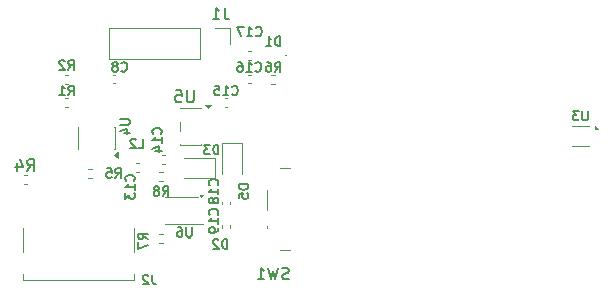
<source format=gbo>
%TF.GenerationSoftware,KiCad,Pcbnew,9.0.7*%
%TF.CreationDate,2026-02-11T09:18:12+01:00*%
%TF.ProjectId,przetwornik,70727a65-7477-46f7-926e-696b2e6b6963,rev?*%
%TF.SameCoordinates,Original*%
%TF.FileFunction,Legend,Bot*%
%TF.FilePolarity,Positive*%
%FSLAX46Y46*%
G04 Gerber Fmt 4.6, Leading zero omitted, Abs format (unit mm)*
G04 Created by KiCad (PCBNEW 9.0.7) date 2026-02-11 09:18:12*
%MOMM*%
%LPD*%
G01*
G04 APERTURE LIST*
%ADD10C,0.150000*%
%ADD11C,0.120000*%
%ADD12C,0.100000*%
G04 APERTURE END LIST*
D10*
X230373333Y-83954819D02*
X230373333Y-84669104D01*
X230373333Y-84669104D02*
X230420952Y-84811961D01*
X230420952Y-84811961D02*
X230516190Y-84907200D01*
X230516190Y-84907200D02*
X230659047Y-84954819D01*
X230659047Y-84954819D02*
X230754285Y-84954819D01*
X229373333Y-84954819D02*
X229944761Y-84954819D01*
X229659047Y-84954819D02*
X229659047Y-83954819D01*
X229659047Y-83954819D02*
X229754285Y-84097676D01*
X229754285Y-84097676D02*
X229849523Y-84192914D01*
X229849523Y-84192914D02*
X229944761Y-84240533D01*
X221562295Y-93390476D02*
X222209914Y-93390476D01*
X222209914Y-93390476D02*
X222286104Y-93428571D01*
X222286104Y-93428571D02*
X222324200Y-93466666D01*
X222324200Y-93466666D02*
X222362295Y-93542857D01*
X222362295Y-93542857D02*
X222362295Y-93695238D01*
X222362295Y-93695238D02*
X222324200Y-93771428D01*
X222324200Y-93771428D02*
X222286104Y-93809523D01*
X222286104Y-93809523D02*
X222209914Y-93847619D01*
X222209914Y-93847619D02*
X221562295Y-93847619D01*
X221828961Y-94571428D02*
X222362295Y-94571428D01*
X221524200Y-94380952D02*
X222095628Y-94190475D01*
X222095628Y-94190475D02*
X222095628Y-94685714D01*
X221633332Y-89286104D02*
X221671428Y-89324200D01*
X221671428Y-89324200D02*
X221785713Y-89362295D01*
X221785713Y-89362295D02*
X221861904Y-89362295D01*
X221861904Y-89362295D02*
X221976190Y-89324200D01*
X221976190Y-89324200D02*
X222052380Y-89248009D01*
X222052380Y-89248009D02*
X222090475Y-89171819D01*
X222090475Y-89171819D02*
X222128571Y-89019438D01*
X222128571Y-89019438D02*
X222128571Y-88905152D01*
X222128571Y-88905152D02*
X222090475Y-88752771D01*
X222090475Y-88752771D02*
X222052380Y-88676580D01*
X222052380Y-88676580D02*
X221976190Y-88600390D01*
X221976190Y-88600390D02*
X221861904Y-88562295D01*
X221861904Y-88562295D02*
X221785713Y-88562295D01*
X221785713Y-88562295D02*
X221671428Y-88600390D01*
X221671428Y-88600390D02*
X221633332Y-88638485D01*
X221176190Y-88905152D02*
X221252380Y-88867057D01*
X221252380Y-88867057D02*
X221290475Y-88828961D01*
X221290475Y-88828961D02*
X221328571Y-88752771D01*
X221328571Y-88752771D02*
X221328571Y-88714676D01*
X221328571Y-88714676D02*
X221290475Y-88638485D01*
X221290475Y-88638485D02*
X221252380Y-88600390D01*
X221252380Y-88600390D02*
X221176190Y-88562295D01*
X221176190Y-88562295D02*
X221023809Y-88562295D01*
X221023809Y-88562295D02*
X220947618Y-88600390D01*
X220947618Y-88600390D02*
X220909523Y-88638485D01*
X220909523Y-88638485D02*
X220871428Y-88714676D01*
X220871428Y-88714676D02*
X220871428Y-88752771D01*
X220871428Y-88752771D02*
X220909523Y-88828961D01*
X220909523Y-88828961D02*
X220947618Y-88867057D01*
X220947618Y-88867057D02*
X221023809Y-88905152D01*
X221023809Y-88905152D02*
X221176190Y-88905152D01*
X221176190Y-88905152D02*
X221252380Y-88943247D01*
X221252380Y-88943247D02*
X221290475Y-88981342D01*
X221290475Y-88981342D02*
X221328571Y-89057533D01*
X221328571Y-89057533D02*
X221328571Y-89209914D01*
X221328571Y-89209914D02*
X221290475Y-89286104D01*
X221290475Y-89286104D02*
X221252380Y-89324200D01*
X221252380Y-89324200D02*
X221176190Y-89362295D01*
X221176190Y-89362295D02*
X221023809Y-89362295D01*
X221023809Y-89362295D02*
X220947618Y-89324200D01*
X220947618Y-89324200D02*
X220909523Y-89286104D01*
X220909523Y-89286104D02*
X220871428Y-89209914D01*
X220871428Y-89209914D02*
X220871428Y-89057533D01*
X220871428Y-89057533D02*
X220909523Y-88981342D01*
X220909523Y-88981342D02*
X220947618Y-88943247D01*
X220947618Y-88943247D02*
X221023809Y-88905152D01*
X232994285Y-89286104D02*
X233032381Y-89324200D01*
X233032381Y-89324200D02*
X233146666Y-89362295D01*
X233146666Y-89362295D02*
X233222857Y-89362295D01*
X233222857Y-89362295D02*
X233337143Y-89324200D01*
X233337143Y-89324200D02*
X233413333Y-89248009D01*
X233413333Y-89248009D02*
X233451428Y-89171819D01*
X233451428Y-89171819D02*
X233489524Y-89019438D01*
X233489524Y-89019438D02*
X233489524Y-88905152D01*
X233489524Y-88905152D02*
X233451428Y-88752771D01*
X233451428Y-88752771D02*
X233413333Y-88676580D01*
X233413333Y-88676580D02*
X233337143Y-88600390D01*
X233337143Y-88600390D02*
X233222857Y-88562295D01*
X233222857Y-88562295D02*
X233146666Y-88562295D01*
X233146666Y-88562295D02*
X233032381Y-88600390D01*
X233032381Y-88600390D02*
X232994285Y-88638485D01*
X232232381Y-89362295D02*
X232689524Y-89362295D01*
X232460952Y-89362295D02*
X232460952Y-88562295D01*
X232460952Y-88562295D02*
X232537143Y-88676580D01*
X232537143Y-88676580D02*
X232613333Y-88752771D01*
X232613333Y-88752771D02*
X232689524Y-88790866D01*
X231546666Y-88562295D02*
X231699047Y-88562295D01*
X231699047Y-88562295D02*
X231775238Y-88600390D01*
X231775238Y-88600390D02*
X231813333Y-88638485D01*
X231813333Y-88638485D02*
X231889523Y-88752771D01*
X231889523Y-88752771D02*
X231927619Y-88905152D01*
X231927619Y-88905152D02*
X231927619Y-89209914D01*
X231927619Y-89209914D02*
X231889523Y-89286104D01*
X231889523Y-89286104D02*
X231851428Y-89324200D01*
X231851428Y-89324200D02*
X231775238Y-89362295D01*
X231775238Y-89362295D02*
X231622857Y-89362295D01*
X231622857Y-89362295D02*
X231546666Y-89324200D01*
X231546666Y-89324200D02*
X231508571Y-89286104D01*
X231508571Y-89286104D02*
X231470476Y-89209914D01*
X231470476Y-89209914D02*
X231470476Y-89019438D01*
X231470476Y-89019438D02*
X231508571Y-88943247D01*
X231508571Y-88943247D02*
X231546666Y-88905152D01*
X231546666Y-88905152D02*
X231622857Y-88867057D01*
X231622857Y-88867057D02*
X231775238Y-88867057D01*
X231775238Y-88867057D02*
X231851428Y-88905152D01*
X231851428Y-88905152D02*
X231889523Y-88943247D01*
X231889523Y-88943247D02*
X231927619Y-89019438D01*
X217133332Y-91362295D02*
X217399999Y-90981342D01*
X217590475Y-91362295D02*
X217590475Y-90562295D01*
X217590475Y-90562295D02*
X217285713Y-90562295D01*
X217285713Y-90562295D02*
X217209523Y-90600390D01*
X217209523Y-90600390D02*
X217171428Y-90638485D01*
X217171428Y-90638485D02*
X217133332Y-90714676D01*
X217133332Y-90714676D02*
X217133332Y-90828961D01*
X217133332Y-90828961D02*
X217171428Y-90905152D01*
X217171428Y-90905152D02*
X217209523Y-90943247D01*
X217209523Y-90943247D02*
X217285713Y-90981342D01*
X217285713Y-90981342D02*
X217590475Y-90981342D01*
X216371428Y-91362295D02*
X216828571Y-91362295D01*
X216599999Y-91362295D02*
X216599999Y-90562295D01*
X216599999Y-90562295D02*
X216676190Y-90676580D01*
X216676190Y-90676580D02*
X216752380Y-90752771D01*
X216752380Y-90752771D02*
X216828571Y-90790866D01*
X224983621Y-94629115D02*
X225021717Y-94591019D01*
X225021717Y-94591019D02*
X225059812Y-94476734D01*
X225059812Y-94476734D02*
X225059812Y-94400543D01*
X225059812Y-94400543D02*
X225021717Y-94286257D01*
X225021717Y-94286257D02*
X224945526Y-94210067D01*
X224945526Y-94210067D02*
X224869336Y-94171972D01*
X224869336Y-94171972D02*
X224716955Y-94133876D01*
X224716955Y-94133876D02*
X224602669Y-94133876D01*
X224602669Y-94133876D02*
X224450288Y-94171972D01*
X224450288Y-94171972D02*
X224374097Y-94210067D01*
X224374097Y-94210067D02*
X224297907Y-94286257D01*
X224297907Y-94286257D02*
X224259812Y-94400543D01*
X224259812Y-94400543D02*
X224259812Y-94476734D01*
X224259812Y-94476734D02*
X224297907Y-94591019D01*
X224297907Y-94591019D02*
X224336002Y-94629115D01*
X225059812Y-95391019D02*
X225059812Y-94933876D01*
X225059812Y-95162448D02*
X224259812Y-95162448D01*
X224259812Y-95162448D02*
X224374097Y-95086257D01*
X224374097Y-95086257D02*
X224450288Y-95010067D01*
X224450288Y-95010067D02*
X224488383Y-94933876D01*
X224526478Y-96076734D02*
X225059812Y-96076734D01*
X224221717Y-95886258D02*
X224793145Y-95695781D01*
X224793145Y-95695781D02*
X224793145Y-96191020D01*
X227761904Y-90954819D02*
X227761904Y-91764342D01*
X227761904Y-91764342D02*
X227714285Y-91859580D01*
X227714285Y-91859580D02*
X227666666Y-91907200D01*
X227666666Y-91907200D02*
X227571428Y-91954819D01*
X227571428Y-91954819D02*
X227380952Y-91954819D01*
X227380952Y-91954819D02*
X227285714Y-91907200D01*
X227285714Y-91907200D02*
X227238095Y-91859580D01*
X227238095Y-91859580D02*
X227190476Y-91764342D01*
X227190476Y-91764342D02*
X227190476Y-90954819D01*
X226238095Y-90954819D02*
X226714285Y-90954819D01*
X226714285Y-90954819D02*
X226761904Y-91431009D01*
X226761904Y-91431009D02*
X226714285Y-91383390D01*
X226714285Y-91383390D02*
X226619047Y-91335771D01*
X226619047Y-91335771D02*
X226380952Y-91335771D01*
X226380952Y-91335771D02*
X226285714Y-91383390D01*
X226285714Y-91383390D02*
X226238095Y-91431009D01*
X226238095Y-91431009D02*
X226190476Y-91526247D01*
X226190476Y-91526247D02*
X226190476Y-91764342D01*
X226190476Y-91764342D02*
X226238095Y-91859580D01*
X226238095Y-91859580D02*
X226285714Y-91907200D01*
X226285714Y-91907200D02*
X226380952Y-91954819D01*
X226380952Y-91954819D02*
X226619047Y-91954819D01*
X226619047Y-91954819D02*
X226714285Y-91907200D01*
X226714285Y-91907200D02*
X226761904Y-91859580D01*
X235090475Y-87192295D02*
X235090475Y-86392295D01*
X235090475Y-86392295D02*
X234899999Y-86392295D01*
X234899999Y-86392295D02*
X234785713Y-86430390D01*
X234785713Y-86430390D02*
X234709523Y-86506580D01*
X234709523Y-86506580D02*
X234671428Y-86582771D01*
X234671428Y-86582771D02*
X234633332Y-86735152D01*
X234633332Y-86735152D02*
X234633332Y-86849438D01*
X234633332Y-86849438D02*
X234671428Y-87001819D01*
X234671428Y-87001819D02*
X234709523Y-87078009D01*
X234709523Y-87078009D02*
X234785713Y-87154200D01*
X234785713Y-87154200D02*
X234899999Y-87192295D01*
X234899999Y-87192295D02*
X235090475Y-87192295D01*
X233871428Y-87192295D02*
X234328571Y-87192295D01*
X234099999Y-87192295D02*
X234099999Y-86392295D01*
X234099999Y-86392295D02*
X234176190Y-86506580D01*
X234176190Y-86506580D02*
X234252380Y-86582771D01*
X234252380Y-86582771D02*
X234328571Y-86620866D01*
X229786104Y-98985714D02*
X229824200Y-98947618D01*
X229824200Y-98947618D02*
X229862295Y-98833333D01*
X229862295Y-98833333D02*
X229862295Y-98757142D01*
X229862295Y-98757142D02*
X229824200Y-98642856D01*
X229824200Y-98642856D02*
X229748009Y-98566666D01*
X229748009Y-98566666D02*
X229671819Y-98528571D01*
X229671819Y-98528571D02*
X229519438Y-98490475D01*
X229519438Y-98490475D02*
X229405152Y-98490475D01*
X229405152Y-98490475D02*
X229252771Y-98528571D01*
X229252771Y-98528571D02*
X229176580Y-98566666D01*
X229176580Y-98566666D02*
X229100390Y-98642856D01*
X229100390Y-98642856D02*
X229062295Y-98757142D01*
X229062295Y-98757142D02*
X229062295Y-98833333D01*
X229062295Y-98833333D02*
X229100390Y-98947618D01*
X229100390Y-98947618D02*
X229138485Y-98985714D01*
X229862295Y-99747618D02*
X229862295Y-99290475D01*
X229862295Y-99519047D02*
X229062295Y-99519047D01*
X229062295Y-99519047D02*
X229176580Y-99442856D01*
X229176580Y-99442856D02*
X229252771Y-99366666D01*
X229252771Y-99366666D02*
X229290866Y-99290475D01*
X229405152Y-100204761D02*
X229367057Y-100128571D01*
X229367057Y-100128571D02*
X229328961Y-100090476D01*
X229328961Y-100090476D02*
X229252771Y-100052380D01*
X229252771Y-100052380D02*
X229214676Y-100052380D01*
X229214676Y-100052380D02*
X229138485Y-100090476D01*
X229138485Y-100090476D02*
X229100390Y-100128571D01*
X229100390Y-100128571D02*
X229062295Y-100204761D01*
X229062295Y-100204761D02*
X229062295Y-100357142D01*
X229062295Y-100357142D02*
X229100390Y-100433333D01*
X229100390Y-100433333D02*
X229138485Y-100471428D01*
X229138485Y-100471428D02*
X229214676Y-100509523D01*
X229214676Y-100509523D02*
X229252771Y-100509523D01*
X229252771Y-100509523D02*
X229328961Y-100471428D01*
X229328961Y-100471428D02*
X229367057Y-100433333D01*
X229367057Y-100433333D02*
X229405152Y-100357142D01*
X229405152Y-100357142D02*
X229405152Y-100204761D01*
X229405152Y-100204761D02*
X229443247Y-100128571D01*
X229443247Y-100128571D02*
X229481342Y-100090476D01*
X229481342Y-100090476D02*
X229557533Y-100052380D01*
X229557533Y-100052380D02*
X229709914Y-100052380D01*
X229709914Y-100052380D02*
X229786104Y-100090476D01*
X229786104Y-100090476D02*
X229824200Y-100128571D01*
X229824200Y-100128571D02*
X229862295Y-100204761D01*
X229862295Y-100204761D02*
X229862295Y-100357142D01*
X229862295Y-100357142D02*
X229824200Y-100433333D01*
X229824200Y-100433333D02*
X229786104Y-100471428D01*
X229786104Y-100471428D02*
X229709914Y-100509523D01*
X229709914Y-100509523D02*
X229557533Y-100509523D01*
X229557533Y-100509523D02*
X229481342Y-100471428D01*
X229481342Y-100471428D02*
X229443247Y-100433333D01*
X229443247Y-100433333D02*
X229405152Y-100357142D01*
X229860939Y-96381137D02*
X229860939Y-95581137D01*
X229860939Y-95581137D02*
X229670463Y-95581137D01*
X229670463Y-95581137D02*
X229556177Y-95619232D01*
X229556177Y-95619232D02*
X229479987Y-95695422D01*
X229479987Y-95695422D02*
X229441892Y-95771613D01*
X229441892Y-95771613D02*
X229403796Y-95923994D01*
X229403796Y-95923994D02*
X229403796Y-96038280D01*
X229403796Y-96038280D02*
X229441892Y-96190661D01*
X229441892Y-96190661D02*
X229479987Y-96266851D01*
X229479987Y-96266851D02*
X229556177Y-96343042D01*
X229556177Y-96343042D02*
X229670463Y-96381137D01*
X229670463Y-96381137D02*
X229860939Y-96381137D01*
X229137130Y-95581137D02*
X228641892Y-95581137D01*
X228641892Y-95581137D02*
X228908558Y-95885899D01*
X228908558Y-95885899D02*
X228794273Y-95885899D01*
X228794273Y-95885899D02*
X228718082Y-95923994D01*
X228718082Y-95923994D02*
X228679987Y-95962089D01*
X228679987Y-95962089D02*
X228641892Y-96038280D01*
X228641892Y-96038280D02*
X228641892Y-96228756D01*
X228641892Y-96228756D02*
X228679987Y-96304946D01*
X228679987Y-96304946D02*
X228718082Y-96343042D01*
X228718082Y-96343042D02*
X228794273Y-96381137D01*
X228794273Y-96381137D02*
X229022844Y-96381137D01*
X229022844Y-96381137D02*
X229099035Y-96343042D01*
X229099035Y-96343042D02*
X229137130Y-96304946D01*
X232362295Y-98909524D02*
X231562295Y-98909524D01*
X231562295Y-98909524D02*
X231562295Y-99100000D01*
X231562295Y-99100000D02*
X231600390Y-99214286D01*
X231600390Y-99214286D02*
X231676580Y-99290476D01*
X231676580Y-99290476D02*
X231752771Y-99328571D01*
X231752771Y-99328571D02*
X231905152Y-99366667D01*
X231905152Y-99366667D02*
X232019438Y-99366667D01*
X232019438Y-99366667D02*
X232171819Y-99328571D01*
X232171819Y-99328571D02*
X232248009Y-99290476D01*
X232248009Y-99290476D02*
X232324200Y-99214286D01*
X232324200Y-99214286D02*
X232362295Y-99100000D01*
X232362295Y-99100000D02*
X232362295Y-98909524D01*
X231562295Y-100090476D02*
X231562295Y-99709524D01*
X231562295Y-99709524D02*
X231943247Y-99671428D01*
X231943247Y-99671428D02*
X231905152Y-99709524D01*
X231905152Y-99709524D02*
X231867057Y-99785714D01*
X231867057Y-99785714D02*
X231867057Y-99976190D01*
X231867057Y-99976190D02*
X231905152Y-100052381D01*
X231905152Y-100052381D02*
X231943247Y-100090476D01*
X231943247Y-100090476D02*
X232019438Y-100128571D01*
X232019438Y-100128571D02*
X232209914Y-100128571D01*
X232209914Y-100128571D02*
X232286104Y-100090476D01*
X232286104Y-100090476D02*
X232324200Y-100052381D01*
X232324200Y-100052381D02*
X232362295Y-99976190D01*
X232362295Y-99976190D02*
X232362295Y-99785714D01*
X232362295Y-99785714D02*
X232324200Y-99709524D01*
X232324200Y-99709524D02*
X232286104Y-99671428D01*
X229786104Y-101485714D02*
X229824200Y-101447618D01*
X229824200Y-101447618D02*
X229862295Y-101333333D01*
X229862295Y-101333333D02*
X229862295Y-101257142D01*
X229862295Y-101257142D02*
X229824200Y-101142856D01*
X229824200Y-101142856D02*
X229748009Y-101066666D01*
X229748009Y-101066666D02*
X229671819Y-101028571D01*
X229671819Y-101028571D02*
X229519438Y-100990475D01*
X229519438Y-100990475D02*
X229405152Y-100990475D01*
X229405152Y-100990475D02*
X229252771Y-101028571D01*
X229252771Y-101028571D02*
X229176580Y-101066666D01*
X229176580Y-101066666D02*
X229100390Y-101142856D01*
X229100390Y-101142856D02*
X229062295Y-101257142D01*
X229062295Y-101257142D02*
X229062295Y-101333333D01*
X229062295Y-101333333D02*
X229100390Y-101447618D01*
X229100390Y-101447618D02*
X229138485Y-101485714D01*
X229862295Y-102247618D02*
X229862295Y-101790475D01*
X229862295Y-102019047D02*
X229062295Y-102019047D01*
X229062295Y-102019047D02*
X229176580Y-101942856D01*
X229176580Y-101942856D02*
X229252771Y-101866666D01*
X229252771Y-101866666D02*
X229290866Y-101790475D01*
X229862295Y-102628571D02*
X229862295Y-102780952D01*
X229862295Y-102780952D02*
X229824200Y-102857142D01*
X229824200Y-102857142D02*
X229786104Y-102895238D01*
X229786104Y-102895238D02*
X229671819Y-102971428D01*
X229671819Y-102971428D02*
X229519438Y-103009523D01*
X229519438Y-103009523D02*
X229214676Y-103009523D01*
X229214676Y-103009523D02*
X229138485Y-102971428D01*
X229138485Y-102971428D02*
X229100390Y-102933333D01*
X229100390Y-102933333D02*
X229062295Y-102857142D01*
X229062295Y-102857142D02*
X229062295Y-102704761D01*
X229062295Y-102704761D02*
X229100390Y-102628571D01*
X229100390Y-102628571D02*
X229138485Y-102590476D01*
X229138485Y-102590476D02*
X229214676Y-102552380D01*
X229214676Y-102552380D02*
X229405152Y-102552380D01*
X229405152Y-102552380D02*
X229481342Y-102590476D01*
X229481342Y-102590476D02*
X229519438Y-102628571D01*
X229519438Y-102628571D02*
X229557533Y-102704761D01*
X229557533Y-102704761D02*
X229557533Y-102857142D01*
X229557533Y-102857142D02*
X229519438Y-102933333D01*
X229519438Y-102933333D02*
X229481342Y-102971428D01*
X229481342Y-102971428D02*
X229405152Y-103009523D01*
X222705215Y-98588727D02*
X222743311Y-98550631D01*
X222743311Y-98550631D02*
X222781406Y-98436346D01*
X222781406Y-98436346D02*
X222781406Y-98360155D01*
X222781406Y-98360155D02*
X222743311Y-98245869D01*
X222743311Y-98245869D02*
X222667120Y-98169679D01*
X222667120Y-98169679D02*
X222590930Y-98131584D01*
X222590930Y-98131584D02*
X222438549Y-98093488D01*
X222438549Y-98093488D02*
X222324263Y-98093488D01*
X222324263Y-98093488D02*
X222171882Y-98131584D01*
X222171882Y-98131584D02*
X222095691Y-98169679D01*
X222095691Y-98169679D02*
X222019501Y-98245869D01*
X222019501Y-98245869D02*
X221981406Y-98360155D01*
X221981406Y-98360155D02*
X221981406Y-98436346D01*
X221981406Y-98436346D02*
X222019501Y-98550631D01*
X222019501Y-98550631D02*
X222057596Y-98588727D01*
X222781406Y-99350631D02*
X222781406Y-98893488D01*
X222781406Y-99122060D02*
X221981406Y-99122060D01*
X221981406Y-99122060D02*
X222095691Y-99045869D01*
X222095691Y-99045869D02*
X222171882Y-98969679D01*
X222171882Y-98969679D02*
X222209977Y-98893488D01*
X221981406Y-99617298D02*
X221981406Y-100112536D01*
X221981406Y-100112536D02*
X222286168Y-99845870D01*
X222286168Y-99845870D02*
X222286168Y-99960155D01*
X222286168Y-99960155D02*
X222324263Y-100036346D01*
X222324263Y-100036346D02*
X222362358Y-100074441D01*
X222362358Y-100074441D02*
X222438549Y-100112536D01*
X222438549Y-100112536D02*
X222629025Y-100112536D01*
X222629025Y-100112536D02*
X222705215Y-100074441D01*
X222705215Y-100074441D02*
X222743311Y-100036346D01*
X222743311Y-100036346D02*
X222781406Y-99960155D01*
X222781406Y-99960155D02*
X222781406Y-99731584D01*
X222781406Y-99731584D02*
X222743311Y-99655393D01*
X222743311Y-99655393D02*
X222705215Y-99617298D01*
X231014285Y-91286104D02*
X231052381Y-91324200D01*
X231052381Y-91324200D02*
X231166666Y-91362295D01*
X231166666Y-91362295D02*
X231242857Y-91362295D01*
X231242857Y-91362295D02*
X231357143Y-91324200D01*
X231357143Y-91324200D02*
X231433333Y-91248009D01*
X231433333Y-91248009D02*
X231471428Y-91171819D01*
X231471428Y-91171819D02*
X231509524Y-91019438D01*
X231509524Y-91019438D02*
X231509524Y-90905152D01*
X231509524Y-90905152D02*
X231471428Y-90752771D01*
X231471428Y-90752771D02*
X231433333Y-90676580D01*
X231433333Y-90676580D02*
X231357143Y-90600390D01*
X231357143Y-90600390D02*
X231242857Y-90562295D01*
X231242857Y-90562295D02*
X231166666Y-90562295D01*
X231166666Y-90562295D02*
X231052381Y-90600390D01*
X231052381Y-90600390D02*
X231014285Y-90638485D01*
X230252381Y-91362295D02*
X230709524Y-91362295D01*
X230480952Y-91362295D02*
X230480952Y-90562295D01*
X230480952Y-90562295D02*
X230557143Y-90676580D01*
X230557143Y-90676580D02*
X230633333Y-90752771D01*
X230633333Y-90752771D02*
X230709524Y-90790866D01*
X229528571Y-90562295D02*
X229909523Y-90562295D01*
X229909523Y-90562295D02*
X229947619Y-90943247D01*
X229947619Y-90943247D02*
X229909523Y-90905152D01*
X229909523Y-90905152D02*
X229833333Y-90867057D01*
X229833333Y-90867057D02*
X229642857Y-90867057D01*
X229642857Y-90867057D02*
X229566666Y-90905152D01*
X229566666Y-90905152D02*
X229528571Y-90943247D01*
X229528571Y-90943247D02*
X229490476Y-91019438D01*
X229490476Y-91019438D02*
X229490476Y-91209914D01*
X229490476Y-91209914D02*
X229528571Y-91286104D01*
X229528571Y-91286104D02*
X229566666Y-91324200D01*
X229566666Y-91324200D02*
X229642857Y-91362295D01*
X229642857Y-91362295D02*
X229833333Y-91362295D01*
X229833333Y-91362295D02*
X229909523Y-91324200D01*
X229909523Y-91324200D02*
X229947619Y-91286104D01*
X223859049Y-103550178D02*
X223478096Y-103283511D01*
X223859049Y-103093035D02*
X223059049Y-103093035D01*
X223059049Y-103093035D02*
X223059049Y-103397797D01*
X223059049Y-103397797D02*
X223097144Y-103473987D01*
X223097144Y-103473987D02*
X223135239Y-103512082D01*
X223135239Y-103512082D02*
X223211430Y-103550178D01*
X223211430Y-103550178D02*
X223325715Y-103550178D01*
X223325715Y-103550178D02*
X223401906Y-103512082D01*
X223401906Y-103512082D02*
X223440001Y-103473987D01*
X223440001Y-103473987D02*
X223478096Y-103397797D01*
X223478096Y-103397797D02*
X223478096Y-103093035D01*
X223059049Y-103816844D02*
X223059049Y-104350178D01*
X223059049Y-104350178D02*
X223859049Y-104007320D01*
X217133332Y-89192295D02*
X217399999Y-88811342D01*
X217590475Y-89192295D02*
X217590475Y-88392295D01*
X217590475Y-88392295D02*
X217285713Y-88392295D01*
X217285713Y-88392295D02*
X217209523Y-88430390D01*
X217209523Y-88430390D02*
X217171428Y-88468485D01*
X217171428Y-88468485D02*
X217133332Y-88544676D01*
X217133332Y-88544676D02*
X217133332Y-88658961D01*
X217133332Y-88658961D02*
X217171428Y-88735152D01*
X217171428Y-88735152D02*
X217209523Y-88773247D01*
X217209523Y-88773247D02*
X217285713Y-88811342D01*
X217285713Y-88811342D02*
X217590475Y-88811342D01*
X216828571Y-88468485D02*
X216790475Y-88430390D01*
X216790475Y-88430390D02*
X216714285Y-88392295D01*
X216714285Y-88392295D02*
X216523809Y-88392295D01*
X216523809Y-88392295D02*
X216447618Y-88430390D01*
X216447618Y-88430390D02*
X216409523Y-88468485D01*
X216409523Y-88468485D02*
X216371428Y-88544676D01*
X216371428Y-88544676D02*
X216371428Y-88620866D01*
X216371428Y-88620866D02*
X216409523Y-88735152D01*
X216409523Y-88735152D02*
X216866666Y-89192295D01*
X216866666Y-89192295D02*
X216371428Y-89192295D01*
X235833332Y-106907200D02*
X235690475Y-106954819D01*
X235690475Y-106954819D02*
X235452380Y-106954819D01*
X235452380Y-106954819D02*
X235357142Y-106907200D01*
X235357142Y-106907200D02*
X235309523Y-106859580D01*
X235309523Y-106859580D02*
X235261904Y-106764342D01*
X235261904Y-106764342D02*
X235261904Y-106669104D01*
X235261904Y-106669104D02*
X235309523Y-106573866D01*
X235309523Y-106573866D02*
X235357142Y-106526247D01*
X235357142Y-106526247D02*
X235452380Y-106478628D01*
X235452380Y-106478628D02*
X235642856Y-106431009D01*
X235642856Y-106431009D02*
X235738094Y-106383390D01*
X235738094Y-106383390D02*
X235785713Y-106335771D01*
X235785713Y-106335771D02*
X235833332Y-106240533D01*
X235833332Y-106240533D02*
X235833332Y-106145295D01*
X235833332Y-106145295D02*
X235785713Y-106050057D01*
X235785713Y-106050057D02*
X235738094Y-106002438D01*
X235738094Y-106002438D02*
X235642856Y-105954819D01*
X235642856Y-105954819D02*
X235404761Y-105954819D01*
X235404761Y-105954819D02*
X235261904Y-106002438D01*
X234928570Y-105954819D02*
X234690475Y-106954819D01*
X234690475Y-106954819D02*
X234499999Y-106240533D01*
X234499999Y-106240533D02*
X234309523Y-106954819D01*
X234309523Y-106954819D02*
X234071428Y-105954819D01*
X233166666Y-106954819D02*
X233738094Y-106954819D01*
X233452380Y-106954819D02*
X233452380Y-105954819D01*
X233452380Y-105954819D02*
X233547618Y-106097676D01*
X233547618Y-106097676D02*
X233642856Y-106192914D01*
X233642856Y-106192914D02*
X233738094Y-106240533D01*
X223072980Y-95848651D02*
X223453932Y-95848651D01*
X223453932Y-95848651D02*
X223453932Y-95048651D01*
X222844409Y-95124841D02*
X222806313Y-95086746D01*
X222806313Y-95086746D02*
X222730123Y-95048651D01*
X222730123Y-95048651D02*
X222539647Y-95048651D01*
X222539647Y-95048651D02*
X222463456Y-95086746D01*
X222463456Y-95086746D02*
X222425361Y-95124841D01*
X222425361Y-95124841D02*
X222387266Y-95201032D01*
X222387266Y-95201032D02*
X222387266Y-95277222D01*
X222387266Y-95277222D02*
X222425361Y-95391508D01*
X222425361Y-95391508D02*
X222882504Y-95848651D01*
X222882504Y-95848651D02*
X222387266Y-95848651D01*
X225133332Y-99862295D02*
X225399999Y-99481342D01*
X225590475Y-99862295D02*
X225590475Y-99062295D01*
X225590475Y-99062295D02*
X225285713Y-99062295D01*
X225285713Y-99062295D02*
X225209523Y-99100390D01*
X225209523Y-99100390D02*
X225171428Y-99138485D01*
X225171428Y-99138485D02*
X225133332Y-99214676D01*
X225133332Y-99214676D02*
X225133332Y-99328961D01*
X225133332Y-99328961D02*
X225171428Y-99405152D01*
X225171428Y-99405152D02*
X225209523Y-99443247D01*
X225209523Y-99443247D02*
X225285713Y-99481342D01*
X225285713Y-99481342D02*
X225590475Y-99481342D01*
X224676190Y-99405152D02*
X224752380Y-99367057D01*
X224752380Y-99367057D02*
X224790475Y-99328961D01*
X224790475Y-99328961D02*
X224828571Y-99252771D01*
X224828571Y-99252771D02*
X224828571Y-99214676D01*
X224828571Y-99214676D02*
X224790475Y-99138485D01*
X224790475Y-99138485D02*
X224752380Y-99100390D01*
X224752380Y-99100390D02*
X224676190Y-99062295D01*
X224676190Y-99062295D02*
X224523809Y-99062295D01*
X224523809Y-99062295D02*
X224447618Y-99100390D01*
X224447618Y-99100390D02*
X224409523Y-99138485D01*
X224409523Y-99138485D02*
X224371428Y-99214676D01*
X224371428Y-99214676D02*
X224371428Y-99252771D01*
X224371428Y-99252771D02*
X224409523Y-99328961D01*
X224409523Y-99328961D02*
X224447618Y-99367057D01*
X224447618Y-99367057D02*
X224523809Y-99405152D01*
X224523809Y-99405152D02*
X224676190Y-99405152D01*
X224676190Y-99405152D02*
X224752380Y-99443247D01*
X224752380Y-99443247D02*
X224790475Y-99481342D01*
X224790475Y-99481342D02*
X224828571Y-99557533D01*
X224828571Y-99557533D02*
X224828571Y-99709914D01*
X224828571Y-99709914D02*
X224790475Y-99786104D01*
X224790475Y-99786104D02*
X224752380Y-99824200D01*
X224752380Y-99824200D02*
X224676190Y-99862295D01*
X224676190Y-99862295D02*
X224523809Y-99862295D01*
X224523809Y-99862295D02*
X224447618Y-99824200D01*
X224447618Y-99824200D02*
X224409523Y-99786104D01*
X224409523Y-99786104D02*
X224371428Y-99709914D01*
X224371428Y-99709914D02*
X224371428Y-99557533D01*
X224371428Y-99557533D02*
X224409523Y-99481342D01*
X224409523Y-99481342D02*
X224447618Y-99443247D01*
X224447618Y-99443247D02*
X224523809Y-99405152D01*
X233014285Y-86286104D02*
X233052381Y-86324200D01*
X233052381Y-86324200D02*
X233166666Y-86362295D01*
X233166666Y-86362295D02*
X233242857Y-86362295D01*
X233242857Y-86362295D02*
X233357143Y-86324200D01*
X233357143Y-86324200D02*
X233433333Y-86248009D01*
X233433333Y-86248009D02*
X233471428Y-86171819D01*
X233471428Y-86171819D02*
X233509524Y-86019438D01*
X233509524Y-86019438D02*
X233509524Y-85905152D01*
X233509524Y-85905152D02*
X233471428Y-85752771D01*
X233471428Y-85752771D02*
X233433333Y-85676580D01*
X233433333Y-85676580D02*
X233357143Y-85600390D01*
X233357143Y-85600390D02*
X233242857Y-85562295D01*
X233242857Y-85562295D02*
X233166666Y-85562295D01*
X233166666Y-85562295D02*
X233052381Y-85600390D01*
X233052381Y-85600390D02*
X233014285Y-85638485D01*
X232252381Y-86362295D02*
X232709524Y-86362295D01*
X232480952Y-86362295D02*
X232480952Y-85562295D01*
X232480952Y-85562295D02*
X232557143Y-85676580D01*
X232557143Y-85676580D02*
X232633333Y-85752771D01*
X232633333Y-85752771D02*
X232709524Y-85790866D01*
X231985714Y-85562295D02*
X231452380Y-85562295D01*
X231452380Y-85562295D02*
X231795238Y-86362295D01*
X221133332Y-98362295D02*
X221399999Y-97981342D01*
X221590475Y-98362295D02*
X221590475Y-97562295D01*
X221590475Y-97562295D02*
X221285713Y-97562295D01*
X221285713Y-97562295D02*
X221209523Y-97600390D01*
X221209523Y-97600390D02*
X221171428Y-97638485D01*
X221171428Y-97638485D02*
X221133332Y-97714676D01*
X221133332Y-97714676D02*
X221133332Y-97828961D01*
X221133332Y-97828961D02*
X221171428Y-97905152D01*
X221171428Y-97905152D02*
X221209523Y-97943247D01*
X221209523Y-97943247D02*
X221285713Y-97981342D01*
X221285713Y-97981342D02*
X221590475Y-97981342D01*
X220409523Y-97562295D02*
X220790475Y-97562295D01*
X220790475Y-97562295D02*
X220828571Y-97943247D01*
X220828571Y-97943247D02*
X220790475Y-97905152D01*
X220790475Y-97905152D02*
X220714285Y-97867057D01*
X220714285Y-97867057D02*
X220523809Y-97867057D01*
X220523809Y-97867057D02*
X220447618Y-97905152D01*
X220447618Y-97905152D02*
X220409523Y-97943247D01*
X220409523Y-97943247D02*
X220371428Y-98019438D01*
X220371428Y-98019438D02*
X220371428Y-98209914D01*
X220371428Y-98209914D02*
X220409523Y-98286104D01*
X220409523Y-98286104D02*
X220447618Y-98324200D01*
X220447618Y-98324200D02*
X220523809Y-98362295D01*
X220523809Y-98362295D02*
X220714285Y-98362295D01*
X220714285Y-98362295D02*
X220790475Y-98324200D01*
X220790475Y-98324200D02*
X220828571Y-98286104D01*
X213676666Y-97784819D02*
X214009999Y-97308628D01*
X214248094Y-97784819D02*
X214248094Y-96784819D01*
X214248094Y-96784819D02*
X213867142Y-96784819D01*
X213867142Y-96784819D02*
X213771904Y-96832438D01*
X213771904Y-96832438D02*
X213724285Y-96880057D01*
X213724285Y-96880057D02*
X213676666Y-96975295D01*
X213676666Y-96975295D02*
X213676666Y-97118152D01*
X213676666Y-97118152D02*
X213724285Y-97213390D01*
X213724285Y-97213390D02*
X213771904Y-97261009D01*
X213771904Y-97261009D02*
X213867142Y-97308628D01*
X213867142Y-97308628D02*
X214248094Y-97308628D01*
X212819523Y-97118152D02*
X212819523Y-97784819D01*
X213057618Y-96737200D02*
X213295713Y-97451485D01*
X213295713Y-97451485D02*
X212676666Y-97451485D01*
X227609523Y-102562295D02*
X227609523Y-103209914D01*
X227609523Y-103209914D02*
X227571428Y-103286104D01*
X227571428Y-103286104D02*
X227533333Y-103324200D01*
X227533333Y-103324200D02*
X227457142Y-103362295D01*
X227457142Y-103362295D02*
X227304761Y-103362295D01*
X227304761Y-103362295D02*
X227228571Y-103324200D01*
X227228571Y-103324200D02*
X227190476Y-103286104D01*
X227190476Y-103286104D02*
X227152380Y-103209914D01*
X227152380Y-103209914D02*
X227152380Y-102562295D01*
X226428571Y-102562295D02*
X226580952Y-102562295D01*
X226580952Y-102562295D02*
X226657143Y-102600390D01*
X226657143Y-102600390D02*
X226695238Y-102638485D01*
X226695238Y-102638485D02*
X226771428Y-102752771D01*
X226771428Y-102752771D02*
X226809524Y-102905152D01*
X226809524Y-102905152D02*
X226809524Y-103209914D01*
X226809524Y-103209914D02*
X226771428Y-103286104D01*
X226771428Y-103286104D02*
X226733333Y-103324200D01*
X226733333Y-103324200D02*
X226657143Y-103362295D01*
X226657143Y-103362295D02*
X226504762Y-103362295D01*
X226504762Y-103362295D02*
X226428571Y-103324200D01*
X226428571Y-103324200D02*
X226390476Y-103286104D01*
X226390476Y-103286104D02*
X226352381Y-103209914D01*
X226352381Y-103209914D02*
X226352381Y-103019438D01*
X226352381Y-103019438D02*
X226390476Y-102943247D01*
X226390476Y-102943247D02*
X226428571Y-102905152D01*
X226428571Y-102905152D02*
X226504762Y-102867057D01*
X226504762Y-102867057D02*
X226657143Y-102867057D01*
X226657143Y-102867057D02*
X226733333Y-102905152D01*
X226733333Y-102905152D02*
X226771428Y-102943247D01*
X226771428Y-102943247D02*
X226809524Y-103019438D01*
X234633332Y-89362295D02*
X234899999Y-88981342D01*
X235090475Y-89362295D02*
X235090475Y-88562295D01*
X235090475Y-88562295D02*
X234785713Y-88562295D01*
X234785713Y-88562295D02*
X234709523Y-88600390D01*
X234709523Y-88600390D02*
X234671428Y-88638485D01*
X234671428Y-88638485D02*
X234633332Y-88714676D01*
X234633332Y-88714676D02*
X234633332Y-88828961D01*
X234633332Y-88828961D02*
X234671428Y-88905152D01*
X234671428Y-88905152D02*
X234709523Y-88943247D01*
X234709523Y-88943247D02*
X234785713Y-88981342D01*
X234785713Y-88981342D02*
X235090475Y-88981342D01*
X233947618Y-88562295D02*
X234099999Y-88562295D01*
X234099999Y-88562295D02*
X234176190Y-88600390D01*
X234176190Y-88600390D02*
X234214285Y-88638485D01*
X234214285Y-88638485D02*
X234290475Y-88752771D01*
X234290475Y-88752771D02*
X234328571Y-88905152D01*
X234328571Y-88905152D02*
X234328571Y-89209914D01*
X234328571Y-89209914D02*
X234290475Y-89286104D01*
X234290475Y-89286104D02*
X234252380Y-89324200D01*
X234252380Y-89324200D02*
X234176190Y-89362295D01*
X234176190Y-89362295D02*
X234023809Y-89362295D01*
X234023809Y-89362295D02*
X233947618Y-89324200D01*
X233947618Y-89324200D02*
X233909523Y-89286104D01*
X233909523Y-89286104D02*
X233871428Y-89209914D01*
X233871428Y-89209914D02*
X233871428Y-89019438D01*
X233871428Y-89019438D02*
X233909523Y-88943247D01*
X233909523Y-88943247D02*
X233947618Y-88905152D01*
X233947618Y-88905152D02*
X234023809Y-88867057D01*
X234023809Y-88867057D02*
X234176190Y-88867057D01*
X234176190Y-88867057D02*
X234252380Y-88905152D01*
X234252380Y-88905152D02*
X234290475Y-88943247D01*
X234290475Y-88943247D02*
X234328571Y-89019438D01*
X261114346Y-92695679D02*
X261114346Y-93343298D01*
X261114346Y-93343298D02*
X261076251Y-93419488D01*
X261076251Y-93419488D02*
X261038156Y-93457584D01*
X261038156Y-93457584D02*
X260961965Y-93495679D01*
X260961965Y-93495679D02*
X260809584Y-93495679D01*
X260809584Y-93495679D02*
X260733394Y-93457584D01*
X260733394Y-93457584D02*
X260695299Y-93419488D01*
X260695299Y-93419488D02*
X260657203Y-93343298D01*
X260657203Y-93343298D02*
X260657203Y-92695679D01*
X260352442Y-92695679D02*
X259857204Y-92695679D01*
X259857204Y-92695679D02*
X260123870Y-93000441D01*
X260123870Y-93000441D02*
X260009585Y-93000441D01*
X260009585Y-93000441D02*
X259933394Y-93038536D01*
X259933394Y-93038536D02*
X259895299Y-93076631D01*
X259895299Y-93076631D02*
X259857204Y-93152822D01*
X259857204Y-93152822D02*
X259857204Y-93343298D01*
X259857204Y-93343298D02*
X259895299Y-93419488D01*
X259895299Y-93419488D02*
X259933394Y-93457584D01*
X259933394Y-93457584D02*
X260009585Y-93495679D01*
X260009585Y-93495679D02*
X260238156Y-93495679D01*
X260238156Y-93495679D02*
X260314347Y-93457584D01*
X260314347Y-93457584D02*
X260352442Y-93419488D01*
X230590475Y-104362295D02*
X230590475Y-103562295D01*
X230590475Y-103562295D02*
X230399999Y-103562295D01*
X230399999Y-103562295D02*
X230285713Y-103600390D01*
X230285713Y-103600390D02*
X230209523Y-103676580D01*
X230209523Y-103676580D02*
X230171428Y-103752771D01*
X230171428Y-103752771D02*
X230133332Y-103905152D01*
X230133332Y-103905152D02*
X230133332Y-104019438D01*
X230133332Y-104019438D02*
X230171428Y-104171819D01*
X230171428Y-104171819D02*
X230209523Y-104248009D01*
X230209523Y-104248009D02*
X230285713Y-104324200D01*
X230285713Y-104324200D02*
X230399999Y-104362295D01*
X230399999Y-104362295D02*
X230590475Y-104362295D01*
X229828571Y-103638485D02*
X229790475Y-103600390D01*
X229790475Y-103600390D02*
X229714285Y-103562295D01*
X229714285Y-103562295D02*
X229523809Y-103562295D01*
X229523809Y-103562295D02*
X229447618Y-103600390D01*
X229447618Y-103600390D02*
X229409523Y-103638485D01*
X229409523Y-103638485D02*
X229371428Y-103714676D01*
X229371428Y-103714676D02*
X229371428Y-103790866D01*
X229371428Y-103790866D02*
X229409523Y-103905152D01*
X229409523Y-103905152D02*
X229866666Y-104362295D01*
X229866666Y-104362295D02*
X229371428Y-104362295D01*
X224266666Y-106562295D02*
X224266666Y-107133723D01*
X224266666Y-107133723D02*
X224304761Y-107248009D01*
X224304761Y-107248009D02*
X224380952Y-107324200D01*
X224380952Y-107324200D02*
X224495237Y-107362295D01*
X224495237Y-107362295D02*
X224571428Y-107362295D01*
X223923809Y-106638485D02*
X223885713Y-106600390D01*
X223885713Y-106600390D02*
X223809523Y-106562295D01*
X223809523Y-106562295D02*
X223619047Y-106562295D01*
X223619047Y-106562295D02*
X223542856Y-106600390D01*
X223542856Y-106600390D02*
X223504761Y-106638485D01*
X223504761Y-106638485D02*
X223466666Y-106714676D01*
X223466666Y-106714676D02*
X223466666Y-106790866D01*
X223466666Y-106790866D02*
X223504761Y-106905152D01*
X223504761Y-106905152D02*
X223961904Y-107362295D01*
X223961904Y-107362295D02*
X223466666Y-107362295D01*
D11*
X228270000Y-88330000D02*
X220590000Y-88330000D01*
X228270000Y-88330000D02*
X228270000Y-85670000D01*
X220590000Y-88330000D02*
X220590000Y-85670000D01*
X230870000Y-87000000D02*
X230870000Y-85670000D01*
X230870000Y-85670000D02*
X229540000Y-85670000D01*
X228270000Y-85670000D02*
X220590000Y-85670000D01*
X221340000Y-96690000D02*
X221010000Y-96450000D01*
X221340000Y-96210000D01*
X221340000Y-96690000D01*
G36*
X221340000Y-96690000D02*
G01*
X221010000Y-96450000D01*
X221340000Y-96210000D01*
X221340000Y-96690000D01*
G37*
X221060000Y-94090000D02*
X221010000Y-94090000D01*
X217990000Y-94090000D02*
X217940000Y-94090000D01*
X217940000Y-94090000D02*
X217940000Y-95910000D01*
X221060000Y-95910000D02*
X221060000Y-94090000D01*
X221010000Y-95910000D02*
X221060000Y-95910000D01*
X217940000Y-95910000D02*
X217990000Y-95910000D01*
X221107836Y-89640000D02*
X220892164Y-89640000D01*
X221107836Y-90360000D02*
X220892164Y-90360000D01*
X232587836Y-89640000D02*
X232372164Y-89640000D01*
X232587836Y-90360000D02*
X232372164Y-90360000D01*
X217153641Y-91620000D02*
X216846359Y-91620000D01*
X217153641Y-92380000D02*
X216846359Y-92380000D01*
X225305353Y-96431394D02*
X225089681Y-96431394D01*
X225305353Y-97151394D02*
X225089681Y-97151394D01*
X226590000Y-92440000D02*
X226590000Y-92490000D01*
X226590000Y-93610000D02*
X226590000Y-94390000D01*
X226590000Y-95510000D02*
X226590000Y-95560000D01*
X226590000Y-95560000D02*
X228410000Y-95560000D01*
X228410000Y-92440000D02*
X226590000Y-92440000D01*
X228410000Y-92490000D02*
X228410000Y-92440000D01*
X228410000Y-95560000D02*
X228410000Y-95510000D01*
X228950000Y-92490000D02*
X228710000Y-92160000D01*
X229190000Y-92160000D01*
X228950000Y-92490000D01*
G36*
X228950000Y-92490000D02*
G01*
X228710000Y-92160000D01*
X229190000Y-92160000D01*
X228950000Y-92490000D01*
G37*
D12*
X235640000Y-88000000D02*
G75*
G02*
X235540000Y-88000000I-50000J0D01*
G01*
X235540000Y-88000000D02*
G75*
G02*
X235640000Y-88000000I50000J0D01*
G01*
D11*
X230140000Y-100392164D02*
X230140000Y-100607836D01*
X230860000Y-100392164D02*
X230860000Y-100607836D01*
X229610000Y-96650000D02*
X226950000Y-96650000D01*
X229610000Y-96650000D02*
X229610000Y-98350000D01*
X229610000Y-98350000D02*
X226950000Y-98350000D01*
X230150000Y-95390000D02*
X230150000Y-98050000D01*
X230150000Y-95390000D02*
X231850000Y-95390000D01*
X231850000Y-95390000D02*
X231850000Y-98050000D01*
X230140000Y-102607836D02*
X230140000Y-102392164D01*
X230860000Y-102607836D02*
X230860000Y-102392164D01*
X222892164Y-97140000D02*
X223107836Y-97140000D01*
X222892164Y-97860000D02*
X223107836Y-97860000D01*
X230392164Y-91640000D02*
X230607836Y-91640000D01*
X230392164Y-92360000D02*
X230607836Y-92360000D01*
X225153641Y-103120000D02*
X224846359Y-103120000D01*
X225153641Y-103880000D02*
X224846359Y-103880000D01*
X217153641Y-89620000D02*
X216846359Y-89620000D01*
X217153641Y-90380000D02*
X216846359Y-90380000D01*
X234000000Y-99400000D02*
X234000000Y-101100000D01*
X234000000Y-102400000D02*
X234000000Y-102600000D01*
X235100000Y-97550000D02*
X235900000Y-97550000D01*
X235100000Y-104450000D02*
X235900000Y-104450000D01*
X225153641Y-97833989D02*
X224846359Y-97833989D01*
X225153641Y-98593989D02*
X224846359Y-98593989D01*
X232607836Y-87640000D02*
X232392164Y-87640000D01*
X232607836Y-88360000D02*
X232392164Y-88360000D01*
X218846359Y-97620000D02*
X219153641Y-97620000D01*
X218846359Y-98380000D02*
X219153641Y-98380000D01*
X213663641Y-98120000D02*
X213356359Y-98120000D01*
X213663641Y-98880000D02*
X213356359Y-98880000D01*
X225315000Y-102285000D02*
X228535000Y-102285000D01*
X228110568Y-100015000D02*
X225315000Y-100015000D01*
X228405000Y-100010000D02*
X228265000Y-99820000D01*
X228545000Y-99820000D01*
X228405000Y-100010000D01*
G36*
X228405000Y-100010000D02*
G01*
X228265000Y-99820000D01*
X228545000Y-99820000D01*
X228405000Y-100010000D01*
G37*
X234653641Y-89620000D02*
X234346359Y-89620000D01*
X234653641Y-90380000D02*
X234346359Y-90380000D01*
X261254823Y-93973384D02*
X259754823Y-93973384D01*
X261254823Y-95693384D02*
X259754823Y-95693384D01*
X261984823Y-94233384D02*
X261704823Y-94233384D01*
X261704823Y-93953384D01*
X261984823Y-94233384D01*
G36*
X261984823Y-94233384D02*
G01*
X261704823Y-94233384D01*
X261704823Y-93953384D01*
X261984823Y-94233384D01*
G37*
D12*
X227460000Y-103500000D02*
G75*
G02*
X227360000Y-103500000I-50000J0D01*
G01*
X227360000Y-103500000D02*
G75*
G02*
X227460000Y-103500000I50000J0D01*
G01*
D11*
X213277745Y-106465150D02*
X213277745Y-107000000D01*
X213338632Y-102625043D02*
X213338632Y-104625043D01*
X222677745Y-106465150D02*
X222677745Y-107000000D01*
X222677745Y-107000000D02*
X213277745Y-107000000D01*
X222692863Y-102609295D02*
X222692863Y-104609295D01*
%LPC*%
G36*
X229600000Y-106375000D02*
G01*
X227900000Y-106375000D01*
X227900000Y-104675000D01*
X229600000Y-104675000D01*
X229600000Y-106375000D01*
G37*
G36*
X226456742Y-104711601D02*
G01*
X226610687Y-104775367D01*
X226749234Y-104867941D01*
X226867059Y-104985766D01*
X226959633Y-105124313D01*
X227023399Y-105278258D01*
X227055907Y-105441685D01*
X227055907Y-105608315D01*
X227023399Y-105771742D01*
X226959633Y-105925687D01*
X226867059Y-106064234D01*
X226749234Y-106182059D01*
X226610687Y-106274633D01*
X226456742Y-106338399D01*
X226293315Y-106370907D01*
X226126685Y-106370907D01*
X225963258Y-106338399D01*
X225809313Y-106274633D01*
X225670766Y-106182059D01*
X225552941Y-106064234D01*
X225460367Y-105925687D01*
X225396601Y-105771742D01*
X225364093Y-105608315D01*
X225364093Y-105441685D01*
X225396601Y-105278258D01*
X225460367Y-105124313D01*
X225552941Y-104985766D01*
X225670766Y-104867941D01*
X225809313Y-104775367D01*
X225963258Y-104711601D01*
X226126685Y-104679093D01*
X226293315Y-104679093D01*
X226456742Y-104711601D01*
G37*
G36*
X213871342Y-104788060D02*
G01*
X213984381Y-104853323D01*
X214076677Y-104945619D01*
X214141940Y-105058658D01*
X214175722Y-105184737D01*
X214180000Y-105250000D01*
X214180000Y-105850000D01*
X214175722Y-105915263D01*
X214141940Y-106041342D01*
X214076677Y-106154381D01*
X213984381Y-106246677D01*
X213871342Y-106311940D01*
X213745263Y-106345722D01*
X213614737Y-106345722D01*
X213488658Y-106311940D01*
X213375619Y-106246677D01*
X213283323Y-106154381D01*
X213218060Y-106041342D01*
X213184278Y-105915263D01*
X213180000Y-105850000D01*
X213180000Y-105250000D01*
X213184278Y-105184737D01*
X213218060Y-105058658D01*
X213283323Y-104945619D01*
X213375619Y-104853323D01*
X213488658Y-104788060D01*
X213614737Y-104754278D01*
X213745263Y-104754278D01*
X213871342Y-104788060D01*
G37*
G36*
X222511342Y-104788060D02*
G01*
X222624381Y-104853323D01*
X222716677Y-104945619D01*
X222781940Y-105058658D01*
X222815722Y-105184737D01*
X222820000Y-105250000D01*
X222820000Y-105850000D01*
X222815722Y-105915263D01*
X222781940Y-106041342D01*
X222716677Y-106154381D01*
X222624381Y-106246677D01*
X222511342Y-106311940D01*
X222385263Y-106345722D01*
X222254737Y-106345722D01*
X222128658Y-106311940D01*
X222015619Y-106246677D01*
X221923323Y-106154381D01*
X221858060Y-106041342D01*
X221824278Y-105915263D01*
X221820000Y-105850000D01*
X221820000Y-105250000D01*
X221824278Y-105184737D01*
X221858060Y-105058658D01*
X221923323Y-104945619D01*
X222015619Y-104853323D01*
X222128658Y-104788060D01*
X222254737Y-104754278D01*
X222385263Y-104754278D01*
X222511342Y-104788060D01*
G37*
G36*
X234641970Y-104163321D02*
G01*
X234698744Y-104201256D01*
X234736679Y-104258030D01*
X234750000Y-104325000D01*
X234750000Y-105025000D01*
X234736679Y-105091970D01*
X234698744Y-105148744D01*
X234641970Y-105186679D01*
X234575000Y-105200000D01*
X234225000Y-105200000D01*
X234158030Y-105186679D01*
X234101256Y-105148744D01*
X234063321Y-105091970D01*
X234050000Y-105025000D01*
X234050000Y-104325000D01*
X234063321Y-104258030D01*
X234101256Y-104201256D01*
X234158030Y-104163321D01*
X234225000Y-104150000D01*
X234575000Y-104150000D01*
X234641970Y-104163321D01*
G37*
G36*
X236841970Y-104163321D02*
G01*
X236898744Y-104201256D01*
X236936679Y-104258030D01*
X236950000Y-104325000D01*
X236950000Y-105025000D01*
X236936679Y-105091970D01*
X236898744Y-105148744D01*
X236841970Y-105186679D01*
X236775000Y-105200000D01*
X236425000Y-105200000D01*
X236358030Y-105186679D01*
X236301256Y-105148744D01*
X236263321Y-105091970D01*
X236250000Y-105025000D01*
X236250000Y-104325000D01*
X236263321Y-104258030D01*
X236301256Y-104201256D01*
X236358030Y-104163321D01*
X236425000Y-104150000D01*
X236775000Y-104150000D01*
X236841970Y-104163321D01*
G37*
G36*
X224676662Y-103190276D02*
G01*
X224720459Y-103219541D01*
X224749724Y-103263338D01*
X224760000Y-103315000D01*
X224760000Y-103685000D01*
X224749724Y-103736662D01*
X224720459Y-103780459D01*
X224676662Y-103809724D01*
X224625000Y-103820000D01*
X224355000Y-103820000D01*
X224303338Y-103809724D01*
X224259541Y-103780459D01*
X224230276Y-103736662D01*
X224220000Y-103685000D01*
X224220000Y-103315000D01*
X224230276Y-103263338D01*
X224259541Y-103219541D01*
X224303338Y-103190276D01*
X224355000Y-103180000D01*
X224625000Y-103180000D01*
X224676662Y-103190276D01*
G37*
G36*
X225696662Y-103190276D02*
G01*
X225740459Y-103219541D01*
X225769724Y-103263338D01*
X225780000Y-103315000D01*
X225780000Y-103685000D01*
X225769724Y-103736662D01*
X225740459Y-103780459D01*
X225696662Y-103809724D01*
X225645000Y-103820000D01*
X225375000Y-103820000D01*
X225323338Y-103809724D01*
X225279541Y-103780459D01*
X225250276Y-103736662D01*
X225240000Y-103685000D01*
X225240000Y-103315000D01*
X225250276Y-103263338D01*
X225279541Y-103219541D01*
X225323338Y-103190276D01*
X225375000Y-103180000D01*
X225645000Y-103180000D01*
X225696662Y-103190276D01*
G37*
G36*
X228218946Y-103191228D02*
G01*
X228266798Y-103223202D01*
X228298772Y-103271054D01*
X228310000Y-103327500D01*
X228310000Y-103672500D01*
X228298772Y-103728946D01*
X228266798Y-103776798D01*
X228218946Y-103808772D01*
X228162500Y-103820000D01*
X227867500Y-103820000D01*
X227811054Y-103808772D01*
X227763202Y-103776798D01*
X227731228Y-103728946D01*
X227720000Y-103672500D01*
X227720000Y-103327500D01*
X227731228Y-103271054D01*
X227763202Y-103223202D01*
X227811054Y-103191228D01*
X227867500Y-103180000D01*
X228162500Y-103180000D01*
X228218946Y-103191228D01*
G37*
G36*
X229188946Y-103191228D02*
G01*
X229236798Y-103223202D01*
X229268772Y-103271054D01*
X229280000Y-103327500D01*
X229280000Y-103672500D01*
X229268772Y-103728946D01*
X229236798Y-103776798D01*
X229188946Y-103808772D01*
X229132500Y-103820000D01*
X228837500Y-103820000D01*
X228781054Y-103808772D01*
X228733202Y-103776798D01*
X228701228Y-103728946D01*
X228690000Y-103672500D01*
X228690000Y-103327500D01*
X228701228Y-103271054D01*
X228733202Y-103223202D01*
X228781054Y-103191228D01*
X228837500Y-103180000D01*
X229132500Y-103180000D01*
X229188946Y-103191228D01*
G37*
G36*
X234107403Y-102961418D02*
G01*
X234156066Y-102993934D01*
X234188582Y-103042597D01*
X234200000Y-103100000D01*
X234200000Y-103400000D01*
X234188582Y-103457403D01*
X234156066Y-103506066D01*
X234107403Y-103538582D01*
X234050000Y-103550000D01*
X233050000Y-103550000D01*
X232992597Y-103538582D01*
X232943934Y-103506066D01*
X232911418Y-103457403D01*
X232900000Y-103400000D01*
X232900000Y-103100000D01*
X232911418Y-103042597D01*
X232943934Y-102993934D01*
X232992597Y-102961418D01*
X233050000Y-102950000D01*
X234050000Y-102950000D01*
X234107403Y-102961418D01*
G37*
G36*
X230723576Y-102710657D02*
G01*
X230768995Y-102741005D01*
X230799343Y-102786424D01*
X230810000Y-102840000D01*
X230810000Y-103120000D01*
X230799343Y-103173576D01*
X230768995Y-103218995D01*
X230723576Y-103249343D01*
X230670000Y-103260000D01*
X230330000Y-103260000D01*
X230276424Y-103249343D01*
X230231005Y-103218995D01*
X230200657Y-103173576D01*
X230190000Y-103120000D01*
X230190000Y-102840000D01*
X230200657Y-102786424D01*
X230231005Y-102741005D01*
X230276424Y-102710657D01*
X230330000Y-102700000D01*
X230670000Y-102700000D01*
X230723576Y-102710657D01*
G37*
G36*
X235662640Y-102107351D02*
G01*
X235758724Y-102162825D01*
X235837175Y-102241276D01*
X235892649Y-102337360D01*
X235921364Y-102444526D01*
X235921364Y-102555474D01*
X235892649Y-102662640D01*
X235837175Y-102758724D01*
X235758724Y-102837175D01*
X235662640Y-102892649D01*
X235555474Y-102921364D01*
X235444526Y-102921364D01*
X235337360Y-102892649D01*
X235241276Y-102837175D01*
X235162825Y-102758724D01*
X235107351Y-102662640D01*
X235078636Y-102555474D01*
X235078636Y-102444526D01*
X235107351Y-102337360D01*
X235162825Y-102241276D01*
X235241276Y-102162825D01*
X235337360Y-102107351D01*
X235444526Y-102078636D01*
X235555474Y-102078636D01*
X235662640Y-102107351D01*
G37*
G36*
X213871342Y-100358060D02*
G01*
X213984381Y-100423323D01*
X214076677Y-100515619D01*
X214141940Y-100628658D01*
X214175722Y-100754737D01*
X214180000Y-100820000D01*
X214180000Y-101920000D01*
X214175722Y-101985263D01*
X214141940Y-102111342D01*
X214076677Y-102224381D01*
X213984381Y-102316677D01*
X213871342Y-102381940D01*
X213745263Y-102415722D01*
X213614737Y-102415722D01*
X213488658Y-102381940D01*
X213375619Y-102316677D01*
X213283323Y-102224381D01*
X213218060Y-102111342D01*
X213184278Y-101985263D01*
X213180000Y-101920000D01*
X213180000Y-100820000D01*
X213184278Y-100754737D01*
X213218060Y-100628658D01*
X213283323Y-100515619D01*
X213375619Y-100423323D01*
X213488658Y-100358060D01*
X213614737Y-100324278D01*
X213745263Y-100324278D01*
X213871342Y-100358060D01*
G37*
G36*
X222511342Y-100358060D02*
G01*
X222624381Y-100423323D01*
X222716677Y-100515619D01*
X222781940Y-100628658D01*
X222815722Y-100754737D01*
X222820000Y-100820000D01*
X222820000Y-101920000D01*
X222815722Y-101985263D01*
X222781940Y-102111342D01*
X222716677Y-102224381D01*
X222624381Y-102316677D01*
X222511342Y-102381940D01*
X222385263Y-102415722D01*
X222254737Y-102415722D01*
X222128658Y-102381940D01*
X222015619Y-102316677D01*
X221923323Y-102224381D01*
X221858060Y-102111342D01*
X221824278Y-101985263D01*
X221820000Y-101920000D01*
X221820000Y-100820000D01*
X221824278Y-100754737D01*
X221858060Y-100628658D01*
X221923323Y-100515619D01*
X222015619Y-100423323D01*
X222128658Y-100358060D01*
X222254737Y-100324278D01*
X222385263Y-100324278D01*
X222511342Y-100358060D01*
G37*
G36*
X230723576Y-101750657D02*
G01*
X230768995Y-101781005D01*
X230799343Y-101826424D01*
X230810000Y-101880000D01*
X230810000Y-102160000D01*
X230799343Y-102213576D01*
X230768995Y-102258995D01*
X230723576Y-102289343D01*
X230670000Y-102300000D01*
X230330000Y-102300000D01*
X230276424Y-102289343D01*
X230231005Y-102258995D01*
X230200657Y-102213576D01*
X230190000Y-102160000D01*
X230190000Y-101880000D01*
X230200657Y-101826424D01*
X230231005Y-101781005D01*
X230276424Y-101750657D01*
X230330000Y-101740000D01*
X230670000Y-101740000D01*
X230723576Y-101750657D01*
G37*
G36*
X215234372Y-101599739D02*
G01*
X215307847Y-101642160D01*
X215367840Y-101702153D01*
X215410261Y-101775628D01*
X215432220Y-101857579D01*
X215432220Y-101942421D01*
X215410261Y-102024372D01*
X215367840Y-102097847D01*
X215307847Y-102157840D01*
X215234372Y-102200261D01*
X215152421Y-102222220D01*
X215067579Y-102222220D01*
X214985628Y-102200261D01*
X214912153Y-102157840D01*
X214852160Y-102097847D01*
X214809739Y-102024372D01*
X214787780Y-101942421D01*
X214787780Y-101857579D01*
X214809739Y-101775628D01*
X214852160Y-101702153D01*
X214912153Y-101642160D01*
X214985628Y-101599739D01*
X215067579Y-101577780D01*
X215152421Y-101577780D01*
X215234372Y-101599739D01*
G37*
G36*
X221014372Y-101599739D02*
G01*
X221087847Y-101642160D01*
X221147840Y-101702153D01*
X221190261Y-101775628D01*
X221212220Y-101857579D01*
X221212220Y-101942421D01*
X221190261Y-102024372D01*
X221147840Y-102097847D01*
X221087847Y-102157840D01*
X221014372Y-102200261D01*
X220932421Y-102222220D01*
X220847579Y-102222220D01*
X220765628Y-102200261D01*
X220692153Y-102157840D01*
X220632160Y-102097847D01*
X220589739Y-102024372D01*
X220567780Y-101942421D01*
X220567780Y-101857579D01*
X220589739Y-101775628D01*
X220632160Y-101702153D01*
X220692153Y-101642160D01*
X220765628Y-101599739D01*
X220847579Y-101577780D01*
X220932421Y-101577780D01*
X221014372Y-101599739D01*
G37*
G36*
X234107403Y-101461418D02*
G01*
X234156066Y-101493934D01*
X234188582Y-101542597D01*
X234200000Y-101600000D01*
X234200000Y-101900000D01*
X234188582Y-101957403D01*
X234156066Y-102006066D01*
X234107403Y-102038582D01*
X234050000Y-102050000D01*
X233050000Y-102050000D01*
X232992597Y-102038582D01*
X232943934Y-102006066D01*
X232911418Y-101957403D01*
X232900000Y-101900000D01*
X232900000Y-101600000D01*
X232911418Y-101542597D01*
X232943934Y-101493934D01*
X232992597Y-101461418D01*
X233050000Y-101450000D01*
X234050000Y-101450000D01*
X234107403Y-101461418D01*
G37*
G36*
X225836418Y-101779758D02*
G01*
X225856694Y-101793306D01*
X225870242Y-101813582D01*
X225875000Y-101837500D01*
X225875000Y-101962500D01*
X225870242Y-101986418D01*
X225856694Y-102006694D01*
X225836418Y-102020242D01*
X225812500Y-102025000D01*
X225137500Y-102025000D01*
X225113582Y-102020242D01*
X225093306Y-102006694D01*
X225079758Y-101986418D01*
X225075000Y-101962500D01*
X225075000Y-101837500D01*
X225079758Y-101813582D01*
X225093306Y-101793306D01*
X225113582Y-101779758D01*
X225137500Y-101775000D01*
X225812500Y-101775000D01*
X225836418Y-101779758D01*
G37*
G36*
X228736418Y-101779758D02*
G01*
X228756694Y-101793306D01*
X228770242Y-101813582D01*
X228775000Y-101837500D01*
X228775000Y-101962500D01*
X228770242Y-101986418D01*
X228756694Y-102006694D01*
X228736418Y-102020242D01*
X228712500Y-102025000D01*
X228037500Y-102025000D01*
X228013582Y-102020242D01*
X227993306Y-102006694D01*
X227979758Y-101986418D01*
X227975000Y-101962500D01*
X227975000Y-101837500D01*
X227979758Y-101813582D01*
X227993306Y-101793306D01*
X228013582Y-101779758D01*
X228037500Y-101775000D01*
X228712500Y-101775000D01*
X228736418Y-101779758D01*
G37*
G36*
X227775000Y-101850000D02*
G01*
X226075000Y-101850000D01*
X226075000Y-100450000D01*
X227775000Y-100450000D01*
X227775000Y-101850000D01*
G37*
G36*
X225836418Y-101279758D02*
G01*
X225856694Y-101293306D01*
X225870242Y-101313582D01*
X225875000Y-101337500D01*
X225875000Y-101462500D01*
X225870242Y-101486418D01*
X225856694Y-101506694D01*
X225836418Y-101520242D01*
X225812500Y-101525000D01*
X225137500Y-101525000D01*
X225113582Y-101520242D01*
X225093306Y-101506694D01*
X225079758Y-101486418D01*
X225075000Y-101462500D01*
X225075000Y-101337500D01*
X225079758Y-101313582D01*
X225093306Y-101293306D01*
X225113582Y-101279758D01*
X225137500Y-101275000D01*
X225812500Y-101275000D01*
X225836418Y-101279758D01*
G37*
G36*
X228736418Y-101279758D02*
G01*
X228756694Y-101293306D01*
X228770242Y-101313582D01*
X228775000Y-101337500D01*
X228775000Y-101462500D01*
X228770242Y-101486418D01*
X228756694Y-101506694D01*
X228736418Y-101520242D01*
X228712500Y-101525000D01*
X228037500Y-101525000D01*
X228013582Y-101520242D01*
X227993306Y-101506694D01*
X227979758Y-101486418D01*
X227975000Y-101462500D01*
X227975000Y-101337500D01*
X227979758Y-101313582D01*
X227993306Y-101293306D01*
X228013582Y-101279758D01*
X228037500Y-101275000D01*
X228712500Y-101275000D01*
X228736418Y-101279758D01*
G37*
G36*
X230723576Y-100710657D02*
G01*
X230768995Y-100741005D01*
X230799343Y-100786424D01*
X230810000Y-100840000D01*
X230810000Y-101120000D01*
X230799343Y-101173576D01*
X230768995Y-101218995D01*
X230723576Y-101249343D01*
X230670000Y-101260000D01*
X230330000Y-101260000D01*
X230276424Y-101249343D01*
X230231005Y-101218995D01*
X230200657Y-101173576D01*
X230190000Y-101120000D01*
X230190000Y-100840000D01*
X230200657Y-100786424D01*
X230231005Y-100741005D01*
X230276424Y-100710657D01*
X230330000Y-100700000D01*
X230670000Y-100700000D01*
X230723576Y-100710657D01*
G37*
G36*
X215050000Y-101180000D02*
G01*
X214450000Y-101180000D01*
X214450000Y-99730000D01*
X215050000Y-99730000D01*
X215050000Y-101180000D01*
G37*
G36*
X215850000Y-101180000D02*
G01*
X215250000Y-101180000D01*
X215250000Y-99730000D01*
X215850000Y-99730000D01*
X215850000Y-101180000D01*
G37*
G36*
X216400000Y-101180000D02*
G01*
X216100000Y-101180000D01*
X216100000Y-99730000D01*
X216400000Y-99730000D01*
X216400000Y-101180000D01*
G37*
G36*
X216900000Y-101180000D02*
G01*
X216600000Y-101180000D01*
X216600000Y-99730000D01*
X216900000Y-99730000D01*
X216900000Y-101180000D01*
G37*
G36*
X217400000Y-101180000D02*
G01*
X217100000Y-101180000D01*
X217100000Y-99730000D01*
X217400000Y-99730000D01*
X217400000Y-101180000D01*
G37*
G36*
X217900000Y-101180000D02*
G01*
X217600000Y-101180000D01*
X217600000Y-99730000D01*
X217900000Y-99730000D01*
X217900000Y-101180000D01*
G37*
G36*
X218400000Y-101180000D02*
G01*
X218100000Y-101180000D01*
X218100000Y-99730000D01*
X218400000Y-99730000D01*
X218400000Y-101180000D01*
G37*
G36*
X218900000Y-101180000D02*
G01*
X218600000Y-101180000D01*
X218600000Y-99730000D01*
X218900000Y-99730000D01*
X218900000Y-101180000D01*
G37*
G36*
X219400000Y-101180000D02*
G01*
X219100000Y-101180000D01*
X219100000Y-99730000D01*
X219400000Y-99730000D01*
X219400000Y-101180000D01*
G37*
G36*
X219900000Y-101180000D02*
G01*
X219600000Y-101180000D01*
X219600000Y-99730000D01*
X219900000Y-99730000D01*
X219900000Y-101180000D01*
G37*
G36*
X220750000Y-101180000D02*
G01*
X220150000Y-101180000D01*
X220150000Y-99730000D01*
X220750000Y-99730000D01*
X220750000Y-101180000D01*
G37*
G36*
X221550000Y-101180000D02*
G01*
X220950000Y-101180000D01*
X220950000Y-99730000D01*
X221550000Y-99730000D01*
X221550000Y-101180000D01*
G37*
G36*
X225836418Y-100779758D02*
G01*
X225856694Y-100793306D01*
X225870242Y-100813582D01*
X225875000Y-100837500D01*
X225875000Y-100962500D01*
X225870242Y-100986418D01*
X225856694Y-101006694D01*
X225836418Y-101020242D01*
X225812500Y-101025000D01*
X225137500Y-101025000D01*
X225113582Y-101020242D01*
X225093306Y-101006694D01*
X225079758Y-100986418D01*
X225075000Y-100962500D01*
X225075000Y-100837500D01*
X225079758Y-100813582D01*
X225093306Y-100793306D01*
X225113582Y-100779758D01*
X225137500Y-100775000D01*
X225812500Y-100775000D01*
X225836418Y-100779758D01*
G37*
G36*
X228736418Y-100779758D02*
G01*
X228756694Y-100793306D01*
X228770242Y-100813582D01*
X228775000Y-100837500D01*
X228775000Y-100962500D01*
X228770242Y-100986418D01*
X228756694Y-101006694D01*
X228736418Y-101020242D01*
X228712500Y-101025000D01*
X228037500Y-101025000D01*
X228013582Y-101020242D01*
X227993306Y-101006694D01*
X227979758Y-100986418D01*
X227975000Y-100962500D01*
X227975000Y-100837500D01*
X227979758Y-100813582D01*
X227993306Y-100793306D01*
X228013582Y-100779758D01*
X228037500Y-100775000D01*
X228712500Y-100775000D01*
X228736418Y-100779758D01*
G37*
G36*
X225836418Y-100279758D02*
G01*
X225856694Y-100293306D01*
X225870242Y-100313582D01*
X225875000Y-100337500D01*
X225875000Y-100462500D01*
X225870242Y-100486418D01*
X225856694Y-100506694D01*
X225836418Y-100520242D01*
X225812500Y-100525000D01*
X225137500Y-100525000D01*
X225113582Y-100520242D01*
X225093306Y-100506694D01*
X225079758Y-100486418D01*
X225075000Y-100462500D01*
X225075000Y-100337500D01*
X225079758Y-100313582D01*
X225093306Y-100293306D01*
X225113582Y-100279758D01*
X225137500Y-100275000D01*
X225812500Y-100275000D01*
X225836418Y-100279758D01*
G37*
G36*
X228736418Y-100279758D02*
G01*
X228756694Y-100293306D01*
X228770242Y-100313582D01*
X228775000Y-100337500D01*
X228775000Y-100462500D01*
X228770242Y-100486418D01*
X228756694Y-100506694D01*
X228736418Y-100520242D01*
X228712500Y-100525000D01*
X228037500Y-100525000D01*
X228013582Y-100520242D01*
X227993306Y-100506694D01*
X227979758Y-100486418D01*
X227975000Y-100462500D01*
X227975000Y-100337500D01*
X227979758Y-100313582D01*
X227993306Y-100293306D01*
X228013582Y-100279758D01*
X228037500Y-100275000D01*
X228712500Y-100275000D01*
X228736418Y-100279758D01*
G37*
G36*
X230723576Y-99750657D02*
G01*
X230768995Y-99781005D01*
X230799343Y-99826424D01*
X230810000Y-99880000D01*
X230810000Y-100160000D01*
X230799343Y-100213576D01*
X230768995Y-100258995D01*
X230723576Y-100289343D01*
X230670000Y-100300000D01*
X230330000Y-100300000D01*
X230276424Y-100289343D01*
X230231005Y-100258995D01*
X230200657Y-100213576D01*
X230190000Y-100160000D01*
X230190000Y-99880000D01*
X230200657Y-99826424D01*
X230231005Y-99781005D01*
X230276424Y-99750657D01*
X230330000Y-99740000D01*
X230670000Y-99740000D01*
X230723576Y-99750657D01*
G37*
G36*
X235662640Y-99107351D02*
G01*
X235758724Y-99162825D01*
X235837175Y-99241276D01*
X235892649Y-99337360D01*
X235921364Y-99444526D01*
X235921364Y-99555474D01*
X235892649Y-99662640D01*
X235837175Y-99758724D01*
X235758724Y-99837175D01*
X235662640Y-99892649D01*
X235555474Y-99921364D01*
X235444526Y-99921364D01*
X235337360Y-99892649D01*
X235241276Y-99837175D01*
X235162825Y-99758724D01*
X235107351Y-99662640D01*
X235078636Y-99555474D01*
X235078636Y-99444526D01*
X235107351Y-99337360D01*
X235162825Y-99241276D01*
X235241276Y-99162825D01*
X235337360Y-99107351D01*
X235444526Y-99078636D01*
X235555474Y-99078636D01*
X235662640Y-99107351D01*
G37*
G36*
X234107403Y-98461418D02*
G01*
X234156066Y-98493934D01*
X234188582Y-98542597D01*
X234200000Y-98600000D01*
X234200000Y-98900000D01*
X234188582Y-98957403D01*
X234156066Y-99006066D01*
X234107403Y-99038582D01*
X234050000Y-99050000D01*
X233050000Y-99050000D01*
X232992597Y-99038582D01*
X232943934Y-99006066D01*
X232911418Y-98957403D01*
X232900000Y-98900000D01*
X232900000Y-98600000D01*
X232911418Y-98542597D01*
X232943934Y-98493934D01*
X232992597Y-98461418D01*
X233050000Y-98450000D01*
X234050000Y-98450000D01*
X234107403Y-98461418D01*
G37*
G36*
X213186662Y-98190276D02*
G01*
X213230459Y-98219541D01*
X213259724Y-98263338D01*
X213270000Y-98315000D01*
X213270000Y-98685000D01*
X213259724Y-98736662D01*
X213230459Y-98780459D01*
X213186662Y-98809724D01*
X213135000Y-98820000D01*
X212865000Y-98820000D01*
X212813338Y-98809724D01*
X212769541Y-98780459D01*
X212740276Y-98736662D01*
X212730000Y-98685000D01*
X212730000Y-98315000D01*
X212740276Y-98263338D01*
X212769541Y-98219541D01*
X212813338Y-98190276D01*
X212865000Y-98180000D01*
X213135000Y-98180000D01*
X213186662Y-98190276D01*
G37*
G36*
X214206662Y-98190276D02*
G01*
X214250459Y-98219541D01*
X214279724Y-98263338D01*
X214290000Y-98315000D01*
X214290000Y-98685000D01*
X214279724Y-98736662D01*
X214250459Y-98780459D01*
X214206662Y-98809724D01*
X214155000Y-98820000D01*
X213885000Y-98820000D01*
X213833338Y-98809724D01*
X213789541Y-98780459D01*
X213760276Y-98736662D01*
X213750000Y-98685000D01*
X213750000Y-98315000D01*
X213760276Y-98263338D01*
X213789541Y-98219541D01*
X213833338Y-98190276D01*
X213885000Y-98180000D01*
X214155000Y-98180000D01*
X214206662Y-98190276D01*
G37*
G36*
X224676662Y-97904265D02*
G01*
X224720459Y-97933530D01*
X224749724Y-97977327D01*
X224760000Y-98028989D01*
X224760000Y-98398989D01*
X224749724Y-98450651D01*
X224720459Y-98494448D01*
X224676662Y-98523713D01*
X224625000Y-98533989D01*
X224355000Y-98533989D01*
X224303338Y-98523713D01*
X224259541Y-98494448D01*
X224230276Y-98450651D01*
X224220000Y-98398989D01*
X224220000Y-98028989D01*
X224230276Y-97977327D01*
X224259541Y-97933530D01*
X224303338Y-97904265D01*
X224355000Y-97893989D01*
X224625000Y-97893989D01*
X224676662Y-97904265D01*
G37*
G36*
X225696662Y-97904265D02*
G01*
X225740459Y-97933530D01*
X225769724Y-97977327D01*
X225780000Y-98028989D01*
X225780000Y-98398989D01*
X225769724Y-98450651D01*
X225740459Y-98494448D01*
X225696662Y-98523713D01*
X225645000Y-98533989D01*
X225375000Y-98533989D01*
X225323338Y-98523713D01*
X225279541Y-98494448D01*
X225250276Y-98450651D01*
X225240000Y-98398989D01*
X225240000Y-98028989D01*
X225250276Y-97977327D01*
X225279541Y-97933530D01*
X225323338Y-97904265D01*
X225375000Y-97893989D01*
X225645000Y-97893989D01*
X225696662Y-97904265D01*
G37*
G36*
X231155552Y-97758564D02*
G01*
X231192050Y-97782950D01*
X231216436Y-97819448D01*
X231225000Y-97862500D01*
X231225000Y-98237500D01*
X231216436Y-98280552D01*
X231192050Y-98317050D01*
X231155552Y-98341436D01*
X231112500Y-98350000D01*
X230887500Y-98350000D01*
X230844448Y-98341436D01*
X230807950Y-98317050D01*
X230783564Y-98280552D01*
X230775000Y-98237500D01*
X230775000Y-97862500D01*
X230783564Y-97819448D01*
X230807950Y-97782950D01*
X230844448Y-97758564D01*
X230887500Y-97750000D01*
X231112500Y-97750000D01*
X231155552Y-97758564D01*
G37*
G36*
X218676662Y-97690276D02*
G01*
X218720459Y-97719541D01*
X218749724Y-97763338D01*
X218760000Y-97815000D01*
X218760000Y-98185000D01*
X218749724Y-98236662D01*
X218720459Y-98280459D01*
X218676662Y-98309724D01*
X218625000Y-98320000D01*
X218355000Y-98320000D01*
X218303338Y-98309724D01*
X218259541Y-98280459D01*
X218230276Y-98236662D01*
X218220000Y-98185000D01*
X218220000Y-97815000D01*
X218230276Y-97763338D01*
X218259541Y-97719541D01*
X218303338Y-97690276D01*
X218355000Y-97680000D01*
X218625000Y-97680000D01*
X218676662Y-97690276D01*
G37*
G36*
X219696662Y-97690276D02*
G01*
X219740459Y-97719541D01*
X219769724Y-97763338D01*
X219780000Y-97815000D01*
X219780000Y-98185000D01*
X219769724Y-98236662D01*
X219740459Y-98280459D01*
X219696662Y-98309724D01*
X219645000Y-98320000D01*
X219375000Y-98320000D01*
X219323338Y-98309724D01*
X219279541Y-98280459D01*
X219250276Y-98236662D01*
X219240000Y-98185000D01*
X219240000Y-97815000D01*
X219250276Y-97763338D01*
X219279541Y-97719541D01*
X219323338Y-97690276D01*
X219375000Y-97680000D01*
X219645000Y-97680000D01*
X219696662Y-97690276D01*
G37*
G36*
X234641970Y-96813321D02*
G01*
X234698744Y-96851256D01*
X234736679Y-96908030D01*
X234750000Y-96975000D01*
X234750000Y-97675000D01*
X234736679Y-97741970D01*
X234698744Y-97798744D01*
X234641970Y-97836679D01*
X234575000Y-97850000D01*
X234225000Y-97850000D01*
X234158030Y-97836679D01*
X234101256Y-97798744D01*
X234063321Y-97741970D01*
X234050000Y-97675000D01*
X234050000Y-96975000D01*
X234063321Y-96908030D01*
X234101256Y-96851256D01*
X234158030Y-96813321D01*
X234225000Y-96800000D01*
X234575000Y-96800000D01*
X234641970Y-96813321D01*
G37*
G36*
X236841970Y-96813321D02*
G01*
X236898744Y-96851256D01*
X236936679Y-96908030D01*
X236950000Y-96975000D01*
X236950000Y-97675000D01*
X236936679Y-97741970D01*
X236898744Y-97798744D01*
X236841970Y-97836679D01*
X236775000Y-97850000D01*
X236425000Y-97850000D01*
X236358030Y-97836679D01*
X236301256Y-97798744D01*
X236263321Y-97741970D01*
X236250000Y-97675000D01*
X236250000Y-96975000D01*
X236263321Y-96908030D01*
X236301256Y-96851256D01*
X236358030Y-96813321D01*
X236425000Y-96800000D01*
X236775000Y-96800000D01*
X236841970Y-96813321D01*
G37*
G36*
X222713576Y-97200657D02*
G01*
X222758995Y-97231005D01*
X222789343Y-97276424D01*
X222800000Y-97330000D01*
X222800000Y-97670000D01*
X222789343Y-97723576D01*
X222758995Y-97768995D01*
X222713576Y-97799343D01*
X222660000Y-97810000D01*
X222380000Y-97810000D01*
X222326424Y-97799343D01*
X222281005Y-97768995D01*
X222250657Y-97723576D01*
X222240000Y-97670000D01*
X222240000Y-97330000D01*
X222250657Y-97276424D01*
X222281005Y-97231005D01*
X222326424Y-97200657D01*
X222380000Y-97190000D01*
X222660000Y-97190000D01*
X222713576Y-97200657D01*
G37*
G36*
X223673576Y-97200657D02*
G01*
X223718995Y-97231005D01*
X223749343Y-97276424D01*
X223760000Y-97330000D01*
X223760000Y-97670000D01*
X223749343Y-97723576D01*
X223718995Y-97768995D01*
X223673576Y-97799343D01*
X223620000Y-97810000D01*
X223340000Y-97810000D01*
X223286424Y-97799343D01*
X223241005Y-97768995D01*
X223210657Y-97723576D01*
X223200000Y-97670000D01*
X223200000Y-97330000D01*
X223210657Y-97276424D01*
X223241005Y-97231005D01*
X223286424Y-97200657D01*
X223340000Y-97190000D01*
X223620000Y-97190000D01*
X223673576Y-97200657D01*
G37*
G36*
X227180552Y-97283564D02*
G01*
X227217050Y-97307950D01*
X227241436Y-97344448D01*
X227250000Y-97387500D01*
X227250000Y-97612500D01*
X227241436Y-97655552D01*
X227217050Y-97692050D01*
X227180552Y-97716436D01*
X227137500Y-97725000D01*
X226762500Y-97725000D01*
X226719448Y-97716436D01*
X226682950Y-97692050D01*
X226658564Y-97655552D01*
X226650000Y-97612500D01*
X226650000Y-97387500D01*
X226658564Y-97344448D01*
X226682950Y-97307950D01*
X226719448Y-97283564D01*
X226762500Y-97275000D01*
X227137500Y-97275000D01*
X227180552Y-97283564D01*
G37*
G36*
X229280552Y-97283564D02*
G01*
X229317050Y-97307950D01*
X229341436Y-97344448D01*
X229350000Y-97387500D01*
X229350000Y-97612500D01*
X229341436Y-97655552D01*
X229317050Y-97692050D01*
X229280552Y-97716436D01*
X229237500Y-97725000D01*
X228862500Y-97725000D01*
X228819448Y-97716436D01*
X228782950Y-97692050D01*
X228758564Y-97655552D01*
X228750000Y-97612500D01*
X228750000Y-97387500D01*
X228758564Y-97344448D01*
X228782950Y-97307950D01*
X228819448Y-97283564D01*
X228862500Y-97275000D01*
X229237500Y-97275000D01*
X229280552Y-97283564D01*
G37*
G36*
X224911093Y-96492051D02*
G01*
X224956512Y-96522399D01*
X224986860Y-96567818D01*
X224997517Y-96621394D01*
X224997517Y-96961394D01*
X224986860Y-97014970D01*
X224956512Y-97060389D01*
X224911093Y-97090737D01*
X224857517Y-97101394D01*
X224577517Y-97101394D01*
X224523941Y-97090737D01*
X224478522Y-97060389D01*
X224448174Y-97014970D01*
X224437517Y-96961394D01*
X224437517Y-96621394D01*
X224448174Y-96567818D01*
X224478522Y-96522399D01*
X224523941Y-96492051D01*
X224577517Y-96481394D01*
X224857517Y-96481394D01*
X224911093Y-96492051D01*
G37*
G36*
X225871093Y-96492051D02*
G01*
X225916512Y-96522399D01*
X225946860Y-96567818D01*
X225957517Y-96621394D01*
X225957517Y-96961394D01*
X225946860Y-97014970D01*
X225916512Y-97060389D01*
X225871093Y-97090737D01*
X225817517Y-97101394D01*
X225537517Y-97101394D01*
X225483941Y-97090737D01*
X225438522Y-97060389D01*
X225408174Y-97014970D01*
X225397517Y-96961394D01*
X225397517Y-96621394D01*
X225408174Y-96567818D01*
X225438522Y-96522399D01*
X225483941Y-96492051D01*
X225537517Y-96481394D01*
X225817517Y-96481394D01*
X225871093Y-96492051D01*
G37*
G36*
X222832930Y-96191228D02*
G01*
X222880782Y-96223202D01*
X222912756Y-96271054D01*
X222923984Y-96327500D01*
X222923984Y-96672500D01*
X222912756Y-96728946D01*
X222880782Y-96776798D01*
X222832930Y-96808772D01*
X222776484Y-96820000D01*
X222481484Y-96820000D01*
X222425038Y-96808772D01*
X222377186Y-96776798D01*
X222345212Y-96728946D01*
X222333984Y-96672500D01*
X222333984Y-96327500D01*
X222345212Y-96271054D01*
X222377186Y-96223202D01*
X222425038Y-96191228D01*
X222481484Y-96180000D01*
X222776484Y-96180000D01*
X222832930Y-96191228D01*
G37*
G36*
X223802930Y-96191228D02*
G01*
X223850782Y-96223202D01*
X223882756Y-96271054D01*
X223893984Y-96327500D01*
X223893984Y-96672500D01*
X223882756Y-96728946D01*
X223850782Y-96776798D01*
X223802930Y-96808772D01*
X223746484Y-96820000D01*
X223451484Y-96820000D01*
X223395038Y-96808772D01*
X223347186Y-96776798D01*
X223315212Y-96728946D01*
X223303984Y-96672500D01*
X223303984Y-96327500D01*
X223315212Y-96271054D01*
X223347186Y-96223202D01*
X223395038Y-96191228D01*
X223451484Y-96180000D01*
X223746484Y-96180000D01*
X223802930Y-96191228D01*
G37*
G36*
X218757403Y-95486418D02*
G01*
X218806066Y-95518934D01*
X218838582Y-95567597D01*
X218850000Y-95625000D01*
X218850000Y-96650000D01*
X218838582Y-96707403D01*
X218806066Y-96756066D01*
X218757403Y-96788582D01*
X218700000Y-96800000D01*
X218400000Y-96800000D01*
X218342597Y-96788582D01*
X218293934Y-96756066D01*
X218261418Y-96707403D01*
X218250000Y-96650000D01*
X218250000Y-95625000D01*
X218261418Y-95567597D01*
X218293934Y-95518934D01*
X218342597Y-95486418D01*
X218400000Y-95475000D01*
X218700000Y-95475000D01*
X218757403Y-95486418D01*
G37*
G36*
X219707403Y-95486418D02*
G01*
X219756066Y-95518934D01*
X219788582Y-95567597D01*
X219800000Y-95625000D01*
X219800000Y-96650000D01*
X219788582Y-96707403D01*
X219756066Y-96756066D01*
X219707403Y-96788582D01*
X219650000Y-96800000D01*
X219350000Y-96800000D01*
X219292597Y-96788582D01*
X219243934Y-96756066D01*
X219211418Y-96707403D01*
X219200000Y-96650000D01*
X219200000Y-95625000D01*
X219211418Y-95567597D01*
X219243934Y-95518934D01*
X219292597Y-95486418D01*
X219350000Y-95475000D01*
X219650000Y-95475000D01*
X219707403Y-95486418D01*
G37*
G36*
X220657403Y-95486418D02*
G01*
X220706066Y-95518934D01*
X220738582Y-95567597D01*
X220750000Y-95625000D01*
X220750000Y-96650000D01*
X220738582Y-96707403D01*
X220706066Y-96756066D01*
X220657403Y-96788582D01*
X220600000Y-96800000D01*
X220300000Y-96800000D01*
X220242597Y-96788582D01*
X220193934Y-96756066D01*
X220161418Y-96707403D01*
X220150000Y-96650000D01*
X220150000Y-95625000D01*
X220161418Y-95567597D01*
X220193934Y-95518934D01*
X220242597Y-95486418D01*
X220300000Y-95475000D01*
X220600000Y-95475000D01*
X220657403Y-95486418D01*
G37*
G36*
X231155552Y-95658564D02*
G01*
X231192050Y-95682950D01*
X231216436Y-95719448D01*
X231225000Y-95762500D01*
X231225000Y-96137500D01*
X231216436Y-96180552D01*
X231192050Y-96217050D01*
X231155552Y-96241436D01*
X231112500Y-96250000D01*
X230887500Y-96250000D01*
X230844448Y-96241436D01*
X230807950Y-96217050D01*
X230783564Y-96180552D01*
X230775000Y-96137500D01*
X230775000Y-95762500D01*
X230783564Y-95719448D01*
X230807950Y-95682950D01*
X230844448Y-95658564D01*
X230887500Y-95650000D01*
X231112500Y-95650000D01*
X231155552Y-95658564D01*
G37*
G36*
X260054823Y-95383384D02*
G01*
X259554823Y-95383384D01*
X259554823Y-95083384D01*
X260054823Y-95083384D01*
X260054823Y-95383384D01*
G37*
G36*
X261454823Y-95383384D02*
G01*
X260954823Y-95383384D01*
X260954823Y-95083384D01*
X261454823Y-95083384D01*
X261454823Y-95383384D01*
G37*
G36*
X226932403Y-94661418D02*
G01*
X226981066Y-94693934D01*
X227013582Y-94742597D01*
X227025000Y-94800000D01*
X227025000Y-95100000D01*
X227013582Y-95157403D01*
X226981066Y-95206066D01*
X226932403Y-95238582D01*
X226875000Y-95250000D01*
X225850000Y-95250000D01*
X225792597Y-95238582D01*
X225743934Y-95206066D01*
X225711418Y-95157403D01*
X225700000Y-95100000D01*
X225700000Y-94800000D01*
X225711418Y-94742597D01*
X225743934Y-94693934D01*
X225792597Y-94661418D01*
X225850000Y-94650000D01*
X226875000Y-94650000D01*
X226932403Y-94661418D01*
G37*
G36*
X229207403Y-94661418D02*
G01*
X229256066Y-94693934D01*
X229288582Y-94742597D01*
X229300000Y-94800000D01*
X229300000Y-95100000D01*
X229288582Y-95157403D01*
X229256066Y-95206066D01*
X229207403Y-95238582D01*
X229150000Y-95250000D01*
X228125000Y-95250000D01*
X228067597Y-95238582D01*
X228018934Y-95206066D01*
X227986418Y-95157403D01*
X227975000Y-95100000D01*
X227975000Y-94800000D01*
X227986418Y-94742597D01*
X228018934Y-94693934D01*
X228067597Y-94661418D01*
X228125000Y-94650000D01*
X229150000Y-94650000D01*
X229207403Y-94661418D01*
G37*
G36*
X260054823Y-94583384D02*
G01*
X259554823Y-94583384D01*
X259554823Y-94283384D01*
X260054823Y-94283384D01*
X260054823Y-94583384D01*
G37*
G36*
X261454823Y-94583384D02*
G01*
X260954823Y-94583384D01*
X260954823Y-94283384D01*
X261454823Y-94283384D01*
X261454823Y-94583384D01*
G37*
G36*
X218757403Y-93211418D02*
G01*
X218806066Y-93243934D01*
X218838582Y-93292597D01*
X218850000Y-93350000D01*
X218850000Y-94375000D01*
X218838582Y-94432403D01*
X218806066Y-94481066D01*
X218757403Y-94513582D01*
X218700000Y-94525000D01*
X218400000Y-94525000D01*
X218342597Y-94513582D01*
X218293934Y-94481066D01*
X218261418Y-94432403D01*
X218250000Y-94375000D01*
X218250000Y-93350000D01*
X218261418Y-93292597D01*
X218293934Y-93243934D01*
X218342597Y-93211418D01*
X218400000Y-93200000D01*
X218700000Y-93200000D01*
X218757403Y-93211418D01*
G37*
G36*
X219707403Y-93211418D02*
G01*
X219756066Y-93243934D01*
X219788582Y-93292597D01*
X219800000Y-93350000D01*
X219800000Y-94375000D01*
X219788582Y-94432403D01*
X219756066Y-94481066D01*
X219707403Y-94513582D01*
X219650000Y-94525000D01*
X219350000Y-94525000D01*
X219292597Y-94513582D01*
X219243934Y-94481066D01*
X219211418Y-94432403D01*
X219200000Y-94375000D01*
X219200000Y-93350000D01*
X219211418Y-93292597D01*
X219243934Y-93243934D01*
X219292597Y-93211418D01*
X219350000Y-93200000D01*
X219650000Y-93200000D01*
X219707403Y-93211418D01*
G37*
G36*
X220657403Y-93211418D02*
G01*
X220706066Y-93243934D01*
X220738582Y-93292597D01*
X220750000Y-93350000D01*
X220750000Y-94375000D01*
X220738582Y-94432403D01*
X220706066Y-94481066D01*
X220657403Y-94513582D01*
X220600000Y-94525000D01*
X220300000Y-94525000D01*
X220242597Y-94513582D01*
X220193934Y-94481066D01*
X220161418Y-94432403D01*
X220150000Y-94375000D01*
X220150000Y-93350000D01*
X220161418Y-93292597D01*
X220193934Y-93243934D01*
X220242597Y-93211418D01*
X220300000Y-93200000D01*
X220600000Y-93200000D01*
X220657403Y-93211418D01*
G37*
G36*
X229207403Y-93711418D02*
G01*
X229256066Y-93743934D01*
X229288582Y-93792597D01*
X229300000Y-93850000D01*
X229300000Y-94150000D01*
X229288582Y-94207403D01*
X229256066Y-94256066D01*
X229207403Y-94288582D01*
X229150000Y-94300000D01*
X228125000Y-94300000D01*
X228067597Y-94288582D01*
X228018934Y-94256066D01*
X227986418Y-94207403D01*
X227975000Y-94150000D01*
X227975000Y-93850000D01*
X227986418Y-93792597D01*
X228018934Y-93743934D01*
X228067597Y-93711418D01*
X228125000Y-93700000D01*
X229150000Y-93700000D01*
X229207403Y-93711418D01*
G37*
G36*
X226932403Y-92761418D02*
G01*
X226981066Y-92793934D01*
X227013582Y-92842597D01*
X227025000Y-92900000D01*
X227025000Y-93200000D01*
X227013582Y-93257403D01*
X226981066Y-93306066D01*
X226932403Y-93338582D01*
X226875000Y-93350000D01*
X225850000Y-93350000D01*
X225792597Y-93338582D01*
X225743934Y-93306066D01*
X225711418Y-93257403D01*
X225700000Y-93200000D01*
X225700000Y-92900000D01*
X225711418Y-92842597D01*
X225743934Y-92793934D01*
X225792597Y-92761418D01*
X225850000Y-92750000D01*
X226875000Y-92750000D01*
X226932403Y-92761418D01*
G37*
G36*
X229207403Y-92761418D02*
G01*
X229256066Y-92793934D01*
X229288582Y-92842597D01*
X229300000Y-92900000D01*
X229300000Y-93200000D01*
X229288582Y-93257403D01*
X229256066Y-93306066D01*
X229207403Y-93338582D01*
X229150000Y-93350000D01*
X228125000Y-93350000D01*
X228067597Y-93338582D01*
X228018934Y-93306066D01*
X227986418Y-93257403D01*
X227975000Y-93200000D01*
X227975000Y-92900000D01*
X227986418Y-92842597D01*
X228018934Y-92793934D01*
X228067597Y-92761418D01*
X228125000Y-92750000D01*
X229150000Y-92750000D01*
X229207403Y-92761418D01*
G37*
G36*
X216676662Y-91690276D02*
G01*
X216720459Y-91719541D01*
X216749724Y-91763338D01*
X216760000Y-91815000D01*
X216760000Y-92185000D01*
X216749724Y-92236662D01*
X216720459Y-92280459D01*
X216676662Y-92309724D01*
X216625000Y-92320000D01*
X216355000Y-92320000D01*
X216303338Y-92309724D01*
X216259541Y-92280459D01*
X216230276Y-92236662D01*
X216220000Y-92185000D01*
X216220000Y-91815000D01*
X216230276Y-91763338D01*
X216259541Y-91719541D01*
X216303338Y-91690276D01*
X216355000Y-91680000D01*
X216625000Y-91680000D01*
X216676662Y-91690276D01*
G37*
G36*
X217696662Y-91690276D02*
G01*
X217740459Y-91719541D01*
X217769724Y-91763338D01*
X217780000Y-91815000D01*
X217780000Y-92185000D01*
X217769724Y-92236662D01*
X217740459Y-92280459D01*
X217696662Y-92309724D01*
X217645000Y-92320000D01*
X217375000Y-92320000D01*
X217323338Y-92309724D01*
X217279541Y-92280459D01*
X217250276Y-92236662D01*
X217240000Y-92185000D01*
X217240000Y-91815000D01*
X217250276Y-91763338D01*
X217279541Y-91719541D01*
X217323338Y-91690276D01*
X217375000Y-91680000D01*
X217645000Y-91680000D01*
X217696662Y-91690276D01*
G37*
G36*
X230213576Y-91700657D02*
G01*
X230258995Y-91731005D01*
X230289343Y-91776424D01*
X230300000Y-91830000D01*
X230300000Y-92170000D01*
X230289343Y-92223576D01*
X230258995Y-92268995D01*
X230213576Y-92299343D01*
X230160000Y-92310000D01*
X229880000Y-92310000D01*
X229826424Y-92299343D01*
X229781005Y-92268995D01*
X229750657Y-92223576D01*
X229740000Y-92170000D01*
X229740000Y-91830000D01*
X229750657Y-91776424D01*
X229781005Y-91731005D01*
X229826424Y-91700657D01*
X229880000Y-91690000D01*
X230160000Y-91690000D01*
X230213576Y-91700657D01*
G37*
G36*
X231173576Y-91700657D02*
G01*
X231218995Y-91731005D01*
X231249343Y-91776424D01*
X231260000Y-91830000D01*
X231260000Y-92170000D01*
X231249343Y-92223576D01*
X231218995Y-92268995D01*
X231173576Y-92299343D01*
X231120000Y-92310000D01*
X230840000Y-92310000D01*
X230786424Y-92299343D01*
X230741005Y-92268995D01*
X230710657Y-92223576D01*
X230700000Y-92170000D01*
X230700000Y-91830000D01*
X230710657Y-91776424D01*
X230741005Y-91731005D01*
X230786424Y-91700657D01*
X230840000Y-91690000D01*
X231120000Y-91690000D01*
X231173576Y-91700657D01*
G37*
G36*
X216676662Y-89690276D02*
G01*
X216720459Y-89719541D01*
X216749724Y-89763338D01*
X216760000Y-89815000D01*
X216760000Y-90185000D01*
X216749724Y-90236662D01*
X216720459Y-90280459D01*
X216676662Y-90309724D01*
X216625000Y-90320000D01*
X216355000Y-90320000D01*
X216303338Y-90309724D01*
X216259541Y-90280459D01*
X216230276Y-90236662D01*
X216220000Y-90185000D01*
X216220000Y-89815000D01*
X216230276Y-89763338D01*
X216259541Y-89719541D01*
X216303338Y-89690276D01*
X216355000Y-89680000D01*
X216625000Y-89680000D01*
X216676662Y-89690276D01*
G37*
G36*
X217696662Y-89690276D02*
G01*
X217740459Y-89719541D01*
X217769724Y-89763338D01*
X217780000Y-89815000D01*
X217780000Y-90185000D01*
X217769724Y-90236662D01*
X217740459Y-90280459D01*
X217696662Y-90309724D01*
X217645000Y-90320000D01*
X217375000Y-90320000D01*
X217323338Y-90309724D01*
X217279541Y-90280459D01*
X217250276Y-90236662D01*
X217240000Y-90185000D01*
X217240000Y-89815000D01*
X217250276Y-89763338D01*
X217279541Y-89719541D01*
X217323338Y-89690276D01*
X217375000Y-89680000D01*
X217645000Y-89680000D01*
X217696662Y-89690276D01*
G37*
G36*
X234176662Y-89690276D02*
G01*
X234220459Y-89719541D01*
X234249724Y-89763338D01*
X234260000Y-89815000D01*
X234260000Y-90185000D01*
X234249724Y-90236662D01*
X234220459Y-90280459D01*
X234176662Y-90309724D01*
X234125000Y-90320000D01*
X233855000Y-90320000D01*
X233803338Y-90309724D01*
X233759541Y-90280459D01*
X233730276Y-90236662D01*
X233720000Y-90185000D01*
X233720000Y-89815000D01*
X233730276Y-89763338D01*
X233759541Y-89719541D01*
X233803338Y-89690276D01*
X233855000Y-89680000D01*
X234125000Y-89680000D01*
X234176662Y-89690276D01*
G37*
G36*
X235196662Y-89690276D02*
G01*
X235240459Y-89719541D01*
X235269724Y-89763338D01*
X235280000Y-89815000D01*
X235280000Y-90185000D01*
X235269724Y-90236662D01*
X235240459Y-90280459D01*
X235196662Y-90309724D01*
X235145000Y-90320000D01*
X234875000Y-90320000D01*
X234823338Y-90309724D01*
X234779541Y-90280459D01*
X234750276Y-90236662D01*
X234740000Y-90185000D01*
X234740000Y-89815000D01*
X234750276Y-89763338D01*
X234779541Y-89719541D01*
X234823338Y-89690276D01*
X234875000Y-89680000D01*
X235145000Y-89680000D01*
X235196662Y-89690276D01*
G37*
G36*
X220713576Y-89700657D02*
G01*
X220758995Y-89731005D01*
X220789343Y-89776424D01*
X220800000Y-89830000D01*
X220800000Y-90170000D01*
X220789343Y-90223576D01*
X220758995Y-90268995D01*
X220713576Y-90299343D01*
X220660000Y-90310000D01*
X220380000Y-90310000D01*
X220326424Y-90299343D01*
X220281005Y-90268995D01*
X220250657Y-90223576D01*
X220240000Y-90170000D01*
X220240000Y-89830000D01*
X220250657Y-89776424D01*
X220281005Y-89731005D01*
X220326424Y-89700657D01*
X220380000Y-89690000D01*
X220660000Y-89690000D01*
X220713576Y-89700657D01*
G37*
G36*
X221673576Y-89700657D02*
G01*
X221718995Y-89731005D01*
X221749343Y-89776424D01*
X221760000Y-89830000D01*
X221760000Y-90170000D01*
X221749343Y-90223576D01*
X221718995Y-90268995D01*
X221673576Y-90299343D01*
X221620000Y-90310000D01*
X221340000Y-90310000D01*
X221286424Y-90299343D01*
X221241005Y-90268995D01*
X221210657Y-90223576D01*
X221200000Y-90170000D01*
X221200000Y-89830000D01*
X221210657Y-89776424D01*
X221241005Y-89731005D01*
X221286424Y-89700657D01*
X221340000Y-89690000D01*
X221620000Y-89690000D01*
X221673576Y-89700657D01*
G37*
G36*
X232193576Y-89700657D02*
G01*
X232238995Y-89731005D01*
X232269343Y-89776424D01*
X232280000Y-89830000D01*
X232280000Y-90170000D01*
X232269343Y-90223576D01*
X232238995Y-90268995D01*
X232193576Y-90299343D01*
X232140000Y-90310000D01*
X231860000Y-90310000D01*
X231806424Y-90299343D01*
X231761005Y-90268995D01*
X231730657Y-90223576D01*
X231720000Y-90170000D01*
X231720000Y-89830000D01*
X231730657Y-89776424D01*
X231761005Y-89731005D01*
X231806424Y-89700657D01*
X231860000Y-89690000D01*
X232140000Y-89690000D01*
X232193576Y-89700657D01*
G37*
G36*
X233153576Y-89700657D02*
G01*
X233198995Y-89731005D01*
X233229343Y-89776424D01*
X233240000Y-89830000D01*
X233240000Y-90170000D01*
X233229343Y-90223576D01*
X233198995Y-90268995D01*
X233153576Y-90299343D01*
X233100000Y-90310000D01*
X232820000Y-90310000D01*
X232766424Y-90299343D01*
X232721005Y-90268995D01*
X232690657Y-90223576D01*
X232680000Y-90170000D01*
X232680000Y-89830000D01*
X232690657Y-89776424D01*
X232721005Y-89731005D01*
X232766424Y-89700657D01*
X232820000Y-89690000D01*
X233100000Y-89690000D01*
X233153576Y-89700657D01*
G37*
G36*
X234218946Y-87691228D02*
G01*
X234266798Y-87723202D01*
X234298772Y-87771054D01*
X234310000Y-87827500D01*
X234310000Y-88172500D01*
X234298772Y-88228946D01*
X234266798Y-88276798D01*
X234218946Y-88308772D01*
X234162500Y-88320000D01*
X233867500Y-88320000D01*
X233811054Y-88308772D01*
X233763202Y-88276798D01*
X233731228Y-88228946D01*
X233720000Y-88172500D01*
X233720000Y-87827500D01*
X233731228Y-87771054D01*
X233763202Y-87723202D01*
X233811054Y-87691228D01*
X233867500Y-87680000D01*
X234162500Y-87680000D01*
X234218946Y-87691228D01*
G37*
G36*
X235188946Y-87691228D02*
G01*
X235236798Y-87723202D01*
X235268772Y-87771054D01*
X235280000Y-87827500D01*
X235280000Y-88172500D01*
X235268772Y-88228946D01*
X235236798Y-88276798D01*
X235188946Y-88308772D01*
X235132500Y-88320000D01*
X234837500Y-88320000D01*
X234781054Y-88308772D01*
X234733202Y-88276798D01*
X234701228Y-88228946D01*
X234690000Y-88172500D01*
X234690000Y-87827500D01*
X234701228Y-87771054D01*
X234733202Y-87723202D01*
X234781054Y-87691228D01*
X234837500Y-87680000D01*
X235132500Y-87680000D01*
X235188946Y-87691228D01*
G37*
G36*
X232213576Y-87700657D02*
G01*
X232258995Y-87731005D01*
X232289343Y-87776424D01*
X232300000Y-87830000D01*
X232300000Y-88170000D01*
X232289343Y-88223576D01*
X232258995Y-88268995D01*
X232213576Y-88299343D01*
X232160000Y-88310000D01*
X231880000Y-88310000D01*
X231826424Y-88299343D01*
X231781005Y-88268995D01*
X231750657Y-88223576D01*
X231740000Y-88170000D01*
X231740000Y-87830000D01*
X231750657Y-87776424D01*
X231781005Y-87731005D01*
X231826424Y-87700657D01*
X231880000Y-87690000D01*
X232160000Y-87690000D01*
X232213576Y-87700657D01*
G37*
G36*
X233173576Y-87700657D02*
G01*
X233218995Y-87731005D01*
X233249343Y-87776424D01*
X233260000Y-87830000D01*
X233260000Y-88170000D01*
X233249343Y-88223576D01*
X233218995Y-88268995D01*
X233173576Y-88299343D01*
X233120000Y-88310000D01*
X232840000Y-88310000D01*
X232786424Y-88299343D01*
X232741005Y-88268995D01*
X232710657Y-88223576D01*
X232700000Y-88170000D01*
X232700000Y-87830000D01*
X232710657Y-87776424D01*
X232741005Y-87731005D01*
X232786424Y-87700657D01*
X232840000Y-87690000D01*
X233120000Y-87690000D01*
X233173576Y-87700657D01*
G37*
G36*
X230390000Y-87850000D02*
G01*
X228690000Y-87850000D01*
X228690000Y-86150000D01*
X230390000Y-86150000D01*
X230390000Y-87850000D01*
G37*
G36*
X222166742Y-86186601D02*
G01*
X222320687Y-86250367D01*
X222459234Y-86342941D01*
X222577059Y-86460766D01*
X222669633Y-86599313D01*
X222733399Y-86753258D01*
X222765907Y-86916685D01*
X222765907Y-87083315D01*
X222733399Y-87246742D01*
X222669633Y-87400687D01*
X222577059Y-87539234D01*
X222459234Y-87657059D01*
X222320687Y-87749633D01*
X222166742Y-87813399D01*
X222003315Y-87845907D01*
X221836685Y-87845907D01*
X221673258Y-87813399D01*
X221519313Y-87749633D01*
X221380766Y-87657059D01*
X221262941Y-87539234D01*
X221170367Y-87400687D01*
X221106601Y-87246742D01*
X221074093Y-87083315D01*
X221074093Y-86916685D01*
X221106601Y-86753258D01*
X221170367Y-86599313D01*
X221262941Y-86460766D01*
X221380766Y-86342941D01*
X221519313Y-86250367D01*
X221673258Y-86186601D01*
X221836685Y-86154093D01*
X222003315Y-86154093D01*
X222166742Y-86186601D01*
G37*
G36*
X224706742Y-86186601D02*
G01*
X224860687Y-86250367D01*
X224999234Y-86342941D01*
X225117059Y-86460766D01*
X225209633Y-86599313D01*
X225273399Y-86753258D01*
X225305907Y-86916685D01*
X225305907Y-87083315D01*
X225273399Y-87246742D01*
X225209633Y-87400687D01*
X225117059Y-87539234D01*
X224999234Y-87657059D01*
X224860687Y-87749633D01*
X224706742Y-87813399D01*
X224543315Y-87845907D01*
X224376685Y-87845907D01*
X224213258Y-87813399D01*
X224059313Y-87749633D01*
X223920766Y-87657059D01*
X223802941Y-87539234D01*
X223710367Y-87400687D01*
X223646601Y-87246742D01*
X223614093Y-87083315D01*
X223614093Y-86916685D01*
X223646601Y-86753258D01*
X223710367Y-86599313D01*
X223802941Y-86460766D01*
X223920766Y-86342941D01*
X224059313Y-86250367D01*
X224213258Y-86186601D01*
X224376685Y-86154093D01*
X224543315Y-86154093D01*
X224706742Y-86186601D01*
G37*
G36*
X227246742Y-86186601D02*
G01*
X227400687Y-86250367D01*
X227539234Y-86342941D01*
X227657059Y-86460766D01*
X227749633Y-86599313D01*
X227813399Y-86753258D01*
X227845907Y-86916685D01*
X227845907Y-87083315D01*
X227813399Y-87246742D01*
X227749633Y-87400687D01*
X227657059Y-87539234D01*
X227539234Y-87657059D01*
X227400687Y-87749633D01*
X227246742Y-87813399D01*
X227083315Y-87845907D01*
X226916685Y-87845907D01*
X226753258Y-87813399D01*
X226599313Y-87749633D01*
X226460766Y-87657059D01*
X226342941Y-87539234D01*
X226250367Y-87400687D01*
X226186601Y-87246742D01*
X226154093Y-87083315D01*
X226154093Y-86916685D01*
X226186601Y-86753258D01*
X226250367Y-86599313D01*
X226342941Y-86460766D01*
X226460766Y-86342941D01*
X226599313Y-86250367D01*
X226753258Y-86186601D01*
X226916685Y-86154093D01*
X227083315Y-86154093D01*
X227246742Y-86186601D01*
G37*
%LPD*%
M02*

</source>
